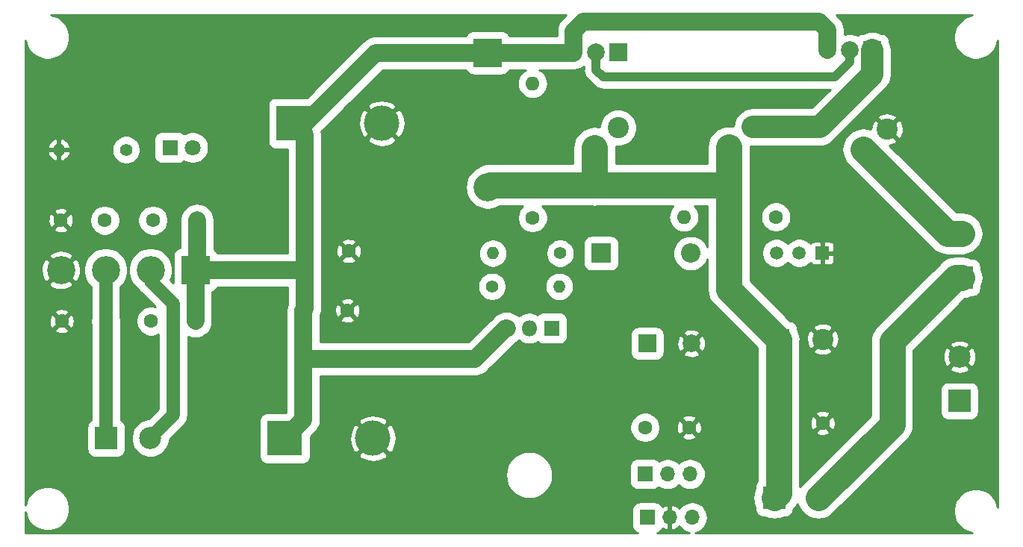
<source format=gbl>
%TF.GenerationSoftware,KiCad,Pcbnew,5.0.0-rc1-44a33f2~62~ubuntu16.04.1*%
%TF.CreationDate,2018-04-02T18:30:06+03:00*%
%TF.ProjectId,lm317_adj_supply,6C6D3331375F61646A5F737570706C79,rev?*%
%TF.SameCoordinates,Original*%
%TF.FileFunction,Copper,L2,Bot,Signal*%
%TF.FilePolarity,Positive*%
%FSLAX46Y46*%
G04 Gerber Fmt 4.6, Leading zero omitted, Abs format (unit mm)*
G04 Created by KiCad (PCBNEW 5.0.0-rc1-44a33f2~62~ubuntu16.04.1) date Mon Apr  2 18:30:06 2018*
%MOMM*%
%LPD*%
G01*
G04 APERTURE LIST*
%ADD10C,1.600000*%
%ADD11O,1.600000X1.600000*%
%ADD12R,2.400000X2.400000*%
%ADD13C,2.400000*%
%ADD14C,1.500000*%
%ADD15R,1.500000X1.500000*%
%ADD16C,4.000000*%
%ADD17R,4.000000X4.000000*%
%ADD18O,2.200000X2.200000*%
%ADD19R,2.200000X2.200000*%
%ADD20R,2.000000X2.000000*%
%ADD21C,2.000000*%
%ADD22R,3.200000X3.200000*%
%ADD23O,3.200000X3.200000*%
%ADD24C,3.200000*%
%ADD25R,1.800000X1.800000*%
%ADD26C,1.800000*%
%ADD27C,2.500000*%
%ADD28R,2.500000X2.500000*%
%ADD29C,1.400000*%
%ADD30O,1.400000X1.400000*%
%ADD31R,1.700000X1.700000*%
%ADD32O,1.700000X1.700000*%
%ADD33O,1.800000X1.800000*%
%ADD34C,0.600000*%
%ADD35C,1.500000*%
%ADD36C,2.000000*%
%ADD37C,3.000000*%
%ADD38C,1.000000*%
%ADD39C,2.500000*%
%ADD40C,0.254000*%
G04 APERTURE END LIST*
D10*
X173574000Y-90400000D03*
D11*
X163160000Y-90400000D03*
X146000000Y-75260000D03*
D10*
X146000000Y-90500000D03*
D12*
X173902500Y-104282500D03*
D13*
X178902500Y-104282500D03*
D14*
X176230000Y-94500000D03*
X173630000Y-94500000D03*
D15*
X178830000Y-94500000D03*
D16*
X128902500Y-79782500D03*
D17*
X118902500Y-79782500D03*
D18*
X163910000Y-94532500D03*
D19*
X153750000Y-94532500D03*
D10*
X92602500Y-102232500D03*
X97602500Y-102232500D03*
X92502500Y-90782500D03*
X97502500Y-90782500D03*
X102752500Y-102232500D03*
X107752500Y-102232500D03*
X102952500Y-90782500D03*
X107952500Y-90782500D03*
X158750000Y-114282500D03*
X163750000Y-114282500D03*
D20*
X159000000Y-104750000D03*
D21*
X164000000Y-104750000D03*
D10*
X125000000Y-101032500D03*
X120000000Y-101032500D03*
D17*
X117902500Y-115532500D03*
D16*
X127902500Y-115532500D03*
D10*
X178902500Y-113782500D03*
X173902500Y-113782500D03*
X120152500Y-94282500D03*
X125152500Y-94282500D03*
D22*
X140902500Y-71782500D03*
D23*
X140902500Y-87022500D03*
D24*
X92512500Y-96432500D03*
X97592500Y-96432500D03*
X102672500Y-96432500D03*
D22*
X107752500Y-96432500D03*
D25*
X104902500Y-82532500D03*
D26*
X107442500Y-82532500D03*
D27*
X102652500Y-115500000D03*
D28*
X97652500Y-115500000D03*
X194652500Y-97282500D03*
D27*
X194652500Y-92282500D03*
D28*
X194402500Y-111282500D03*
D27*
X194402500Y-106282500D03*
X178402500Y-122282500D03*
D28*
X173402500Y-122282500D03*
D20*
X155750000Y-71750000D03*
D21*
X153210000Y-71750000D03*
X150670000Y-71750000D03*
X179420000Y-71500000D03*
X181960000Y-71500000D03*
D20*
X184500000Y-71500000D03*
D13*
X155700000Y-80282500D03*
X153000000Y-82582500D03*
D29*
X149120000Y-94532500D03*
D30*
X141500000Y-94532500D03*
D29*
X141402500Y-98282500D03*
D30*
X149022500Y-98282500D03*
D13*
X168250000Y-82500000D03*
X170950000Y-80200000D03*
D30*
X92282500Y-82782500D03*
D29*
X99902500Y-82782500D03*
D31*
X158750000Y-119582500D03*
D32*
X161290000Y-119582500D03*
X163830000Y-119582500D03*
X164080000Y-124500000D03*
X161540000Y-124500000D03*
D31*
X159000000Y-124500000D03*
D25*
X148152500Y-103032500D03*
D33*
X145612500Y-103032500D03*
X143072500Y-103032500D03*
D13*
X183500000Y-82750000D03*
X186200000Y-80450000D03*
D34*
X189067857Y-124805000D03*
X149067857Y-124805000D03*
X141067857Y-124805000D03*
X133067857Y-124805000D03*
X125067857Y-124805000D03*
X117067857Y-124805000D03*
X109067857Y-124805000D03*
X101067857Y-124805000D03*
X193067857Y-120805000D03*
X169067857Y-120805000D03*
X153067857Y-120805000D03*
X137067857Y-120805000D03*
X129067857Y-120805000D03*
X121067857Y-120805000D03*
X113067857Y-120805000D03*
X105067857Y-120805000D03*
X97067857Y-120805000D03*
X197067857Y-116805000D03*
X165067857Y-116805000D03*
X149067857Y-116805000D03*
X141067857Y-116805000D03*
X133067857Y-116805000D03*
X109067857Y-116805000D03*
X93067857Y-116805000D03*
X169067857Y-112805000D03*
X161067857Y-112805000D03*
X153067857Y-112805000D03*
X145067857Y-112805000D03*
X137067857Y-112805000D03*
X113067857Y-112805000D03*
X89067857Y-112805000D03*
X197067857Y-108805000D03*
X181067857Y-108805000D03*
X157067857Y-108805000D03*
X149067857Y-108805000D03*
X141067857Y-108805000D03*
X133067857Y-108805000D03*
X125067857Y-108805000D03*
X117067857Y-108805000D03*
X109067857Y-108805000D03*
X101067857Y-108805000D03*
X93067857Y-108805000D03*
X113067857Y-104805000D03*
X89067857Y-104805000D03*
X197067857Y-100805000D03*
X181067857Y-100805000D03*
X165067857Y-100805000D03*
X157067857Y-100805000D03*
X133067857Y-100805000D03*
X117067857Y-100805000D03*
X185067857Y-96805000D03*
X177067857Y-96805000D03*
X137067857Y-96805000D03*
X129067857Y-96805000D03*
X89067857Y-96805000D03*
X181067857Y-92805000D03*
X157067857Y-92805000D03*
X133067857Y-92805000D03*
X117067857Y-92805000D03*
X101067857Y-92805000D03*
X137067857Y-88805000D03*
X129067857Y-88805000D03*
X113067857Y-88805000D03*
X105067857Y-88805000D03*
X89067857Y-88805000D03*
X197067857Y-84805000D03*
X173067857Y-84805000D03*
X133067857Y-84805000D03*
X125067857Y-84805000D03*
X117067857Y-84805000D03*
X101067857Y-84805000D03*
X93067857Y-84805000D03*
X193067857Y-80805000D03*
X161067857Y-80805000D03*
X145067857Y-80805000D03*
X137067857Y-80805000D03*
X113067857Y-80805000D03*
X97067857Y-80805000D03*
X89067857Y-80805000D03*
X197067857Y-76805000D03*
X189067857Y-76805000D03*
X173067857Y-76805000D03*
X165067857Y-76805000D03*
X141067857Y-76805000D03*
X133067857Y-76805000D03*
X109067857Y-76805000D03*
X101067857Y-76805000D03*
X93067857Y-76805000D03*
X193067857Y-72805000D03*
X121067857Y-72805000D03*
X113067857Y-72805000D03*
X105067857Y-72805000D03*
X97067857Y-72805000D03*
X89067857Y-72805000D03*
X189067857Y-68805000D03*
X141067857Y-68805000D03*
X133067857Y-68805000D03*
X125067857Y-68805000D03*
X117067857Y-68805000D03*
X109067857Y-68805000D03*
X101067857Y-68805000D03*
D35*
X97592500Y-96432500D02*
X97592500Y-102222500D01*
X97652500Y-102282500D02*
X97602500Y-102232500D01*
X97652500Y-115500000D02*
X97652500Y-102282500D01*
X102750000Y-96510000D02*
X102672500Y-96432500D01*
X102652500Y-115500000D02*
X105250000Y-112902500D01*
X105250000Y-100250000D02*
X102750000Y-97750000D01*
X102750000Y-97750000D02*
X102750000Y-96510000D01*
X105250000Y-112902500D02*
X105250000Y-100250000D01*
D36*
X140902500Y-71782500D02*
X128217500Y-71782500D01*
X128217500Y-71782500D02*
X120217500Y-79782500D01*
X120217500Y-79782500D02*
X118902500Y-79782500D01*
X143072500Y-103032500D02*
X142967500Y-103032500D01*
X142967500Y-103032500D02*
X139500000Y-106500000D01*
X139500000Y-106500000D02*
X120000000Y-106500000D01*
X120085000Y-96432500D02*
X120152500Y-96500000D01*
X107752500Y-96432500D02*
X120085000Y-96432500D01*
X151750000Y-68250000D02*
X150670000Y-69330000D01*
X179420000Y-71500000D02*
X179420000Y-69170000D01*
X179420000Y-69170000D02*
X178500000Y-68250000D01*
X150670000Y-69330000D02*
X150670000Y-71750000D01*
X178500000Y-68250000D02*
X151750000Y-68250000D01*
X120000000Y-101032500D02*
X120000000Y-106500000D01*
X120152500Y-81032500D02*
X118902500Y-79782500D01*
X120152500Y-94282500D02*
X120152500Y-81032500D01*
X120152500Y-100880000D02*
X120000000Y-101032500D01*
X107952500Y-90782500D02*
X107952500Y-96232500D01*
X107752500Y-102232500D02*
X107752500Y-96432500D01*
X120152500Y-94282500D02*
X120152500Y-100880000D01*
X120000000Y-113435000D02*
X117902500Y-115532500D01*
X150637500Y-71782500D02*
X150670000Y-71750000D01*
X140902500Y-71782500D02*
X150637500Y-71782500D01*
X107952500Y-96232500D02*
X107752500Y-96432500D01*
X120000000Y-106500000D02*
X120000000Y-113435000D01*
D37*
X153022500Y-86750000D02*
X168250000Y-86750000D01*
X168250000Y-82500000D02*
X168250000Y-86750000D01*
X168250000Y-86750000D02*
X168250000Y-98630000D01*
X168250000Y-98630000D02*
X173902500Y-104282500D01*
X153000000Y-86772500D02*
X153022500Y-86750000D01*
X173902500Y-113782500D02*
X173902500Y-121782500D01*
X173902500Y-121782500D02*
X173402500Y-122282500D01*
X153000000Y-86772500D02*
X152977500Y-86750000D01*
X141175000Y-86750000D02*
X140902500Y-87022500D01*
X152977500Y-86750000D02*
X141175000Y-86750000D01*
X153000000Y-82582500D02*
X153000000Y-86772500D01*
X173902500Y-104282500D02*
X173902500Y-113782500D01*
D38*
X180300000Y-74500000D02*
X181960000Y-72840000D01*
X154000000Y-74500000D02*
X180300000Y-74500000D01*
X153210000Y-73710000D02*
X154000000Y-74500000D01*
X153210000Y-71750000D02*
X153210000Y-73710000D01*
X181960000Y-72840000D02*
X181960000Y-71500000D01*
D39*
X184500000Y-71500000D02*
X184500000Y-74250000D01*
X184500000Y-74250000D02*
X178550000Y-80200000D01*
X178550000Y-80200000D02*
X170950000Y-80200000D01*
D37*
X178402500Y-122282500D02*
X186750000Y-113935000D01*
X186750000Y-113935000D02*
X186750000Y-104500000D01*
X193967500Y-97282500D02*
X194652500Y-97282500D01*
X186750000Y-104500000D02*
X193967500Y-97282500D01*
X193032500Y-92282500D02*
X183500000Y-82750000D01*
X194652500Y-92282500D02*
X193032500Y-92282500D01*
D40*
G36*
X149374340Y-67900471D02*
X149300813Y-67960813D01*
X149060006Y-68254237D01*
X148881071Y-68589002D01*
X148770883Y-68952243D01*
X148743000Y-69235343D01*
X148743000Y-69235352D01*
X148733678Y-69330000D01*
X148743000Y-69424648D01*
X148743000Y-69855500D01*
X143372018Y-69855500D01*
X143363080Y-69826036D01*
X143277001Y-69664995D01*
X143161159Y-69523841D01*
X143020005Y-69407999D01*
X142858964Y-69321920D01*
X142684224Y-69268913D01*
X142502500Y-69251015D01*
X139302500Y-69251015D01*
X139120776Y-69268913D01*
X138946036Y-69321920D01*
X138784995Y-69407999D01*
X138643841Y-69523841D01*
X138527999Y-69664995D01*
X138441920Y-69826036D01*
X138432982Y-69855500D01*
X128312147Y-69855500D01*
X128217499Y-69846178D01*
X128122851Y-69855500D01*
X128122842Y-69855500D01*
X127839742Y-69883383D01*
X127476501Y-69993571D01*
X127141737Y-70172506D01*
X126848313Y-70413313D01*
X126787972Y-70486839D01*
X120423796Y-76851015D01*
X116902500Y-76851015D01*
X116720776Y-76868913D01*
X116546036Y-76921920D01*
X116384995Y-77007999D01*
X116243841Y-77123841D01*
X116127999Y-77264995D01*
X116041920Y-77426036D01*
X115988913Y-77600776D01*
X115971015Y-77782500D01*
X115971015Y-81782500D01*
X115988913Y-81964224D01*
X116041920Y-82138964D01*
X116127999Y-82300005D01*
X116243841Y-82441159D01*
X116384995Y-82557001D01*
X116546036Y-82643080D01*
X116720776Y-82696087D01*
X116902500Y-82713985D01*
X118225501Y-82713985D01*
X118225500Y-94187842D01*
X118225500Y-94505500D01*
X110222018Y-94505500D01*
X110213080Y-94476036D01*
X110127001Y-94314995D01*
X110011159Y-94173841D01*
X109879500Y-94065791D01*
X109879500Y-90687842D01*
X109851617Y-90404742D01*
X109741429Y-90041501D01*
X109562494Y-89706737D01*
X109321687Y-89413313D01*
X109028263Y-89172506D01*
X108693498Y-88993571D01*
X108330257Y-88883383D01*
X107952500Y-88846177D01*
X107574742Y-88883383D01*
X107211501Y-88993571D01*
X106876737Y-89172506D01*
X106583313Y-89413313D01*
X106342506Y-89706737D01*
X106163571Y-90041502D01*
X106053383Y-90404743D01*
X106025500Y-90687843D01*
X106025501Y-93913523D01*
X105970776Y-93918913D01*
X105796036Y-93971920D01*
X105634995Y-94057999D01*
X105493841Y-94173841D01*
X105377999Y-94314995D01*
X105291920Y-94476036D01*
X105238913Y-94650776D01*
X105221015Y-94832500D01*
X105221015Y-97849379D01*
X104938030Y-97566395D01*
X105102389Y-97169599D01*
X105199500Y-96681388D01*
X105199500Y-96183612D01*
X105102389Y-95695401D01*
X104911898Y-95235517D01*
X104635349Y-94821631D01*
X104283369Y-94469651D01*
X103869483Y-94193102D01*
X103409599Y-94002611D01*
X102921388Y-93905500D01*
X102423612Y-93905500D01*
X101935401Y-94002611D01*
X101475517Y-94193102D01*
X101061631Y-94469651D01*
X100709651Y-94821631D01*
X100433102Y-95235517D01*
X100242611Y-95695401D01*
X100145500Y-96183612D01*
X100145500Y-96681388D01*
X100242611Y-97169599D01*
X100433102Y-97629483D01*
X100709651Y-98043369D01*
X101061631Y-98395349D01*
X101266633Y-98532327D01*
X101348879Y-98686198D01*
X101558444Y-98941556D01*
X101622445Y-98994080D01*
X103186324Y-100557959D01*
X102922595Y-100505500D01*
X102582405Y-100505500D01*
X102248753Y-100571868D01*
X101934459Y-100702053D01*
X101651602Y-100891052D01*
X101411052Y-101131602D01*
X101222053Y-101414459D01*
X101091868Y-101728753D01*
X101025500Y-102062405D01*
X101025500Y-102402595D01*
X101091868Y-102736247D01*
X101222053Y-103050541D01*
X101411052Y-103333398D01*
X101651602Y-103573948D01*
X101934459Y-103762947D01*
X102248753Y-103893132D01*
X102582405Y-103959500D01*
X102922595Y-103959500D01*
X103256247Y-103893132D01*
X103570541Y-103762947D01*
X103573001Y-103761303D01*
X103573000Y-112207864D01*
X102457865Y-113323000D01*
X102438084Y-113323000D01*
X102017492Y-113406660D01*
X101621304Y-113570767D01*
X101264743Y-113809013D01*
X100961513Y-114112243D01*
X100723267Y-114468804D01*
X100559160Y-114864992D01*
X100475500Y-115285584D01*
X100475500Y-115714416D01*
X100559160Y-116135008D01*
X100723267Y-116531196D01*
X100961513Y-116887757D01*
X101264743Y-117190987D01*
X101621304Y-117429233D01*
X102017492Y-117593340D01*
X102438084Y-117677000D01*
X102866916Y-117677000D01*
X103287508Y-117593340D01*
X103683696Y-117429233D01*
X104040257Y-117190987D01*
X104343487Y-116887757D01*
X104581733Y-116531196D01*
X104745840Y-116135008D01*
X104829500Y-115714416D01*
X104829500Y-115694635D01*
X106377562Y-114146574D01*
X106441556Y-114094056D01*
X106651121Y-113838699D01*
X106806842Y-113547365D01*
X106833579Y-113459225D01*
X106902735Y-113231250D01*
X106935114Y-112902500D01*
X106927000Y-112820117D01*
X106927000Y-103976262D01*
X107011501Y-104021429D01*
X107374742Y-104131617D01*
X107752500Y-104168823D01*
X108130257Y-104131617D01*
X108493498Y-104021429D01*
X108828263Y-103842494D01*
X109121687Y-103601687D01*
X109362494Y-103308263D01*
X109541429Y-102973499D01*
X109651617Y-102610258D01*
X109679500Y-102327158D01*
X109679500Y-98902018D01*
X109708964Y-98893080D01*
X109870005Y-98807001D01*
X110011159Y-98691159D01*
X110127001Y-98550005D01*
X110213080Y-98388964D01*
X110222018Y-98359500D01*
X118225501Y-98359500D01*
X118225501Y-100264505D01*
X118211071Y-100291502D01*
X118100883Y-100654743D01*
X118073000Y-100937843D01*
X118073000Y-100937852D01*
X118063678Y-101032500D01*
X118073000Y-101127148D01*
X118073001Y-106405332D01*
X118063677Y-106500000D01*
X118073000Y-106594658D01*
X118073001Y-112601015D01*
X115902500Y-112601015D01*
X115720776Y-112618913D01*
X115546036Y-112671920D01*
X115384995Y-112757999D01*
X115243841Y-112873841D01*
X115127999Y-113014995D01*
X115041920Y-113176036D01*
X114988913Y-113350776D01*
X114971015Y-113532500D01*
X114971015Y-117532500D01*
X114988913Y-117714224D01*
X115041920Y-117888964D01*
X115127999Y-118050005D01*
X115243841Y-118191159D01*
X115384995Y-118307001D01*
X115546036Y-118393080D01*
X115720776Y-118446087D01*
X115902500Y-118463985D01*
X119902500Y-118463985D01*
X120084224Y-118446087D01*
X120258964Y-118393080D01*
X120420005Y-118307001D01*
X120561159Y-118191159D01*
X120677001Y-118050005D01*
X120763080Y-117888964D01*
X120816087Y-117714224D01*
X120833985Y-117532500D01*
X120833985Y-117379999D01*
X126234606Y-117379999D01*
X126450728Y-117746758D01*
X126910605Y-117987438D01*
X127408598Y-118133775D01*
X127925571Y-118180148D01*
X128441659Y-118124773D01*
X128937026Y-117969779D01*
X129354272Y-117746758D01*
X129570394Y-117379999D01*
X127902500Y-115712105D01*
X126234606Y-117379999D01*
X120833985Y-117379999D01*
X120833985Y-115555571D01*
X125254852Y-115555571D01*
X125310227Y-116071659D01*
X125465221Y-116567026D01*
X125688242Y-116984272D01*
X126055001Y-117200394D01*
X127722895Y-115532500D01*
X128082105Y-115532500D01*
X129749999Y-117200394D01*
X130116758Y-116984272D01*
X130357438Y-116524395D01*
X130503775Y-116026402D01*
X130550148Y-115509429D01*
X130494773Y-114993341D01*
X130339779Y-114497974D01*
X130133690Y-114112405D01*
X157023000Y-114112405D01*
X157023000Y-114452595D01*
X157089368Y-114786247D01*
X157219553Y-115100541D01*
X157408552Y-115383398D01*
X157649102Y-115623948D01*
X157931959Y-115812947D01*
X158246253Y-115943132D01*
X158579905Y-116009500D01*
X158920095Y-116009500D01*
X159253747Y-115943132D01*
X159568041Y-115812947D01*
X159850898Y-115623948D01*
X160091448Y-115383398D01*
X160163742Y-115275202D01*
X162936903Y-115275202D01*
X163008486Y-115519171D01*
X163263996Y-115640071D01*
X163538184Y-115708800D01*
X163820512Y-115722717D01*
X164100130Y-115681287D01*
X164366292Y-115586103D01*
X164491514Y-115519171D01*
X164563097Y-115275202D01*
X163750000Y-114462105D01*
X162936903Y-115275202D01*
X160163742Y-115275202D01*
X160280447Y-115100541D01*
X160410632Y-114786247D01*
X160477000Y-114452595D01*
X160477000Y-114353012D01*
X162309783Y-114353012D01*
X162351213Y-114632630D01*
X162446397Y-114898792D01*
X162513329Y-115024014D01*
X162757298Y-115095597D01*
X163570395Y-114282500D01*
X163929605Y-114282500D01*
X164742702Y-115095597D01*
X164986671Y-115024014D01*
X165107571Y-114768504D01*
X165176300Y-114494316D01*
X165190217Y-114211988D01*
X165148787Y-113932370D01*
X165053603Y-113666208D01*
X164986671Y-113540986D01*
X164742702Y-113469403D01*
X163929605Y-114282500D01*
X163570395Y-114282500D01*
X162757298Y-113469403D01*
X162513329Y-113540986D01*
X162392429Y-113796496D01*
X162323700Y-114070684D01*
X162309783Y-114353012D01*
X160477000Y-114353012D01*
X160477000Y-114112405D01*
X160410632Y-113778753D01*
X160280447Y-113464459D01*
X160163743Y-113289798D01*
X162936903Y-113289798D01*
X163750000Y-114102895D01*
X164563097Y-113289798D01*
X164491514Y-113045829D01*
X164236004Y-112924929D01*
X163961816Y-112856200D01*
X163679488Y-112842283D01*
X163399870Y-112883713D01*
X163133708Y-112978897D01*
X163008486Y-113045829D01*
X162936903Y-113289798D01*
X160163743Y-113289798D01*
X160091448Y-113181602D01*
X159850898Y-112941052D01*
X159568041Y-112752053D01*
X159253747Y-112621868D01*
X158920095Y-112555500D01*
X158579905Y-112555500D01*
X158246253Y-112621868D01*
X157931959Y-112752053D01*
X157649102Y-112941052D01*
X157408552Y-113181602D01*
X157219553Y-113464459D01*
X157089368Y-113778753D01*
X157023000Y-114112405D01*
X130133690Y-114112405D01*
X130116758Y-114080728D01*
X129749999Y-113864606D01*
X128082105Y-115532500D01*
X127722895Y-115532500D01*
X126055001Y-113864606D01*
X125688242Y-114080728D01*
X125447562Y-114540605D01*
X125301225Y-115038598D01*
X125254852Y-115555571D01*
X120833985Y-115555571D01*
X120833985Y-115326205D01*
X121295665Y-114864525D01*
X121369187Y-114804187D01*
X121429525Y-114730665D01*
X121429528Y-114730662D01*
X121609993Y-114510764D01*
X121616830Y-114497974D01*
X121788929Y-114175999D01*
X121820876Y-114070684D01*
X121899117Y-113812759D01*
X121911699Y-113685001D01*
X126234606Y-113685001D01*
X127902500Y-115352895D01*
X129570394Y-113685001D01*
X129354272Y-113318242D01*
X128894395Y-113077562D01*
X128396402Y-112931225D01*
X127879429Y-112884852D01*
X127363341Y-112940227D01*
X126867974Y-113095221D01*
X126450728Y-113318242D01*
X126234606Y-113685001D01*
X121911699Y-113685001D01*
X121918850Y-113612405D01*
X121927000Y-113529658D01*
X121927000Y-113529650D01*
X121936322Y-113435000D01*
X121927000Y-113340350D01*
X121927000Y-108427000D01*
X139405352Y-108427000D01*
X139500000Y-108436322D01*
X139594648Y-108427000D01*
X139594658Y-108427000D01*
X139877758Y-108399117D01*
X140240999Y-108288929D01*
X140575763Y-108109994D01*
X140869187Y-107869187D01*
X140929529Y-107795660D01*
X144007407Y-104717783D01*
X144148263Y-104642494D01*
X144421315Y-104418406D01*
X144592562Y-104558945D01*
X144909954Y-104728595D01*
X145254345Y-104833065D01*
X145522745Y-104859500D01*
X145702255Y-104859500D01*
X145970655Y-104833065D01*
X146315046Y-104728595D01*
X146587233Y-104583107D01*
X146593841Y-104591159D01*
X146734995Y-104707001D01*
X146896036Y-104793080D01*
X147070776Y-104846087D01*
X147252500Y-104863985D01*
X149052500Y-104863985D01*
X149234224Y-104846087D01*
X149408964Y-104793080D01*
X149570005Y-104707001D01*
X149711159Y-104591159D01*
X149827001Y-104450005D01*
X149913080Y-104288964D01*
X149966087Y-104114224D01*
X149983985Y-103932500D01*
X149983985Y-103750000D01*
X157068515Y-103750000D01*
X157068515Y-105750000D01*
X157086413Y-105931724D01*
X157139420Y-106106464D01*
X157225499Y-106267505D01*
X157341341Y-106408659D01*
X157482495Y-106524501D01*
X157643536Y-106610580D01*
X157818276Y-106663587D01*
X158000000Y-106681485D01*
X160000000Y-106681485D01*
X160181724Y-106663587D01*
X160356464Y-106610580D01*
X160517505Y-106524501D01*
X160658659Y-106408659D01*
X160774501Y-106267505D01*
X160860580Y-106106464D01*
X160913587Y-105931724D01*
X160918148Y-105885413D01*
X163044192Y-105885413D01*
X163139956Y-106149814D01*
X163429571Y-106290704D01*
X163741108Y-106372384D01*
X164062595Y-106391718D01*
X164381675Y-106347961D01*
X164686088Y-106242795D01*
X164860044Y-106149814D01*
X164955808Y-105885413D01*
X164000000Y-104929605D01*
X163044192Y-105885413D01*
X160918148Y-105885413D01*
X160931485Y-105750000D01*
X160931485Y-104812595D01*
X162358282Y-104812595D01*
X162402039Y-105131675D01*
X162507205Y-105436088D01*
X162600186Y-105610044D01*
X162864587Y-105705808D01*
X163820395Y-104750000D01*
X164179605Y-104750000D01*
X165135413Y-105705808D01*
X165399814Y-105610044D01*
X165540704Y-105320429D01*
X165622384Y-105008892D01*
X165641718Y-104687405D01*
X165597961Y-104368325D01*
X165492795Y-104063912D01*
X165399814Y-103889956D01*
X165135413Y-103794192D01*
X164179605Y-104750000D01*
X163820395Y-104750000D01*
X162864587Y-103794192D01*
X162600186Y-103889956D01*
X162459296Y-104179571D01*
X162377616Y-104491108D01*
X162358282Y-104812595D01*
X160931485Y-104812595D01*
X160931485Y-103750000D01*
X160918149Y-103614587D01*
X163044192Y-103614587D01*
X164000000Y-104570395D01*
X164955808Y-103614587D01*
X164860044Y-103350186D01*
X164570429Y-103209296D01*
X164258892Y-103127616D01*
X163937405Y-103108282D01*
X163618325Y-103152039D01*
X163313912Y-103257205D01*
X163139956Y-103350186D01*
X163044192Y-103614587D01*
X160918149Y-103614587D01*
X160913587Y-103568276D01*
X160860580Y-103393536D01*
X160774501Y-103232495D01*
X160658659Y-103091341D01*
X160517505Y-102975499D01*
X160356464Y-102889420D01*
X160181724Y-102836413D01*
X160000000Y-102818515D01*
X158000000Y-102818515D01*
X157818276Y-102836413D01*
X157643536Y-102889420D01*
X157482495Y-102975499D01*
X157341341Y-103091341D01*
X157225499Y-103232495D01*
X157139420Y-103393536D01*
X157086413Y-103568276D01*
X157068515Y-103750000D01*
X149983985Y-103750000D01*
X149983985Y-102132500D01*
X149966087Y-101950776D01*
X149913080Y-101776036D01*
X149827001Y-101614995D01*
X149711159Y-101473841D01*
X149570005Y-101357999D01*
X149408964Y-101271920D01*
X149234224Y-101218913D01*
X149052500Y-101201015D01*
X147252500Y-101201015D01*
X147070776Y-101218913D01*
X146896036Y-101271920D01*
X146734995Y-101357999D01*
X146593841Y-101473841D01*
X146587233Y-101481893D01*
X146315046Y-101336405D01*
X145970655Y-101231935D01*
X145702255Y-101205500D01*
X145522745Y-101205500D01*
X145254345Y-101231935D01*
X144909954Y-101336405D01*
X144592562Y-101506055D01*
X144421315Y-101646594D01*
X144148263Y-101422506D01*
X143813499Y-101243571D01*
X143450258Y-101133383D01*
X143167158Y-101105500D01*
X143062158Y-101105500D01*
X142967500Y-101096177D01*
X142589741Y-101133383D01*
X142226501Y-101243571D01*
X141891737Y-101422506D01*
X141671838Y-101602972D01*
X141671835Y-101602975D01*
X141598313Y-101663313D01*
X141537975Y-101736835D01*
X138701811Y-104573000D01*
X121927000Y-104573000D01*
X121927000Y-102025202D01*
X124186903Y-102025202D01*
X124258486Y-102269171D01*
X124513996Y-102390071D01*
X124788184Y-102458800D01*
X125070512Y-102472717D01*
X125350130Y-102431287D01*
X125616292Y-102336103D01*
X125741514Y-102269171D01*
X125813097Y-102025202D01*
X125000000Y-101212105D01*
X124186903Y-102025202D01*
X121927000Y-102025202D01*
X121927000Y-101647994D01*
X121941429Y-101620999D01*
X122051617Y-101257758D01*
X122066858Y-101103012D01*
X123559783Y-101103012D01*
X123601213Y-101382630D01*
X123696397Y-101648792D01*
X123763329Y-101774014D01*
X124007298Y-101845597D01*
X124820395Y-101032500D01*
X125179605Y-101032500D01*
X125992702Y-101845597D01*
X126236671Y-101774014D01*
X126357571Y-101518504D01*
X126426300Y-101244316D01*
X126440217Y-100961988D01*
X126398787Y-100682370D01*
X126303603Y-100416208D01*
X126236671Y-100290986D01*
X125992702Y-100219403D01*
X125179605Y-101032500D01*
X124820395Y-101032500D01*
X124007298Y-100219403D01*
X123763329Y-100290986D01*
X123642429Y-100546496D01*
X123573700Y-100820684D01*
X123559783Y-101103012D01*
X122066858Y-101103012D01*
X122079500Y-100974658D01*
X122088823Y-100880000D01*
X122079500Y-100785342D01*
X122079500Y-100039798D01*
X124186903Y-100039798D01*
X125000000Y-100852895D01*
X125813097Y-100039798D01*
X125741514Y-99795829D01*
X125486004Y-99674929D01*
X125211816Y-99606200D01*
X124929488Y-99592283D01*
X124649870Y-99633713D01*
X124383708Y-99728897D01*
X124258486Y-99795829D01*
X124186903Y-100039798D01*
X122079500Y-100039798D01*
X122079500Y-98122255D01*
X139775500Y-98122255D01*
X139775500Y-98442745D01*
X139838025Y-98757078D01*
X139960672Y-99053173D01*
X140138727Y-99319652D01*
X140365348Y-99546273D01*
X140631827Y-99724328D01*
X140927922Y-99846975D01*
X141242255Y-99909500D01*
X141562745Y-99909500D01*
X141877078Y-99846975D01*
X142173173Y-99724328D01*
X142439652Y-99546273D01*
X142666273Y-99319652D01*
X142844328Y-99053173D01*
X142966975Y-98757078D01*
X143029500Y-98442745D01*
X143029500Y-98282500D01*
X147387628Y-98282500D01*
X147419042Y-98601448D01*
X147512075Y-98908138D01*
X147663154Y-99190786D01*
X147866471Y-99438529D01*
X148114214Y-99641846D01*
X148396862Y-99792925D01*
X148703552Y-99885958D01*
X148942575Y-99909500D01*
X149102425Y-99909500D01*
X149341448Y-99885958D01*
X149648138Y-99792925D01*
X149930786Y-99641846D01*
X150178529Y-99438529D01*
X150381846Y-99190786D01*
X150532925Y-98908138D01*
X150625958Y-98601448D01*
X150657372Y-98282500D01*
X150625958Y-97963552D01*
X150532925Y-97656862D01*
X150381846Y-97374214D01*
X150178529Y-97126471D01*
X149930786Y-96923154D01*
X149648138Y-96772075D01*
X149341448Y-96679042D01*
X149102425Y-96655500D01*
X148942575Y-96655500D01*
X148703552Y-96679042D01*
X148396862Y-96772075D01*
X148114214Y-96923154D01*
X147866471Y-97126471D01*
X147663154Y-97374214D01*
X147512075Y-97656862D01*
X147419042Y-97963552D01*
X147387628Y-98282500D01*
X143029500Y-98282500D01*
X143029500Y-98122255D01*
X142966975Y-97807922D01*
X142844328Y-97511827D01*
X142666273Y-97245348D01*
X142439652Y-97018727D01*
X142173173Y-96840672D01*
X141877078Y-96718025D01*
X141562745Y-96655500D01*
X141242255Y-96655500D01*
X140927922Y-96718025D01*
X140631827Y-96840672D01*
X140365348Y-97018727D01*
X140138727Y-97245348D01*
X139960672Y-97511827D01*
X139838025Y-97807922D01*
X139775500Y-98122255D01*
X122079500Y-98122255D01*
X122079500Y-96594647D01*
X122088822Y-96499999D01*
X122079500Y-96405352D01*
X122079500Y-95275202D01*
X124339403Y-95275202D01*
X124410986Y-95519171D01*
X124666496Y-95640071D01*
X124940684Y-95708800D01*
X125223012Y-95722717D01*
X125502630Y-95681287D01*
X125768792Y-95586103D01*
X125894014Y-95519171D01*
X125965597Y-95275202D01*
X125152500Y-94462105D01*
X124339403Y-95275202D01*
X122079500Y-95275202D01*
X122079500Y-94353012D01*
X123712283Y-94353012D01*
X123753713Y-94632630D01*
X123848897Y-94898792D01*
X123915829Y-95024014D01*
X124159798Y-95095597D01*
X124972895Y-94282500D01*
X125332105Y-94282500D01*
X126145202Y-95095597D01*
X126389171Y-95024014D01*
X126510071Y-94768504D01*
X126569228Y-94532500D01*
X139865128Y-94532500D01*
X139896542Y-94851448D01*
X139989575Y-95158138D01*
X140140654Y-95440786D01*
X140343971Y-95688529D01*
X140591714Y-95891846D01*
X140874362Y-96042925D01*
X141181052Y-96135958D01*
X141420075Y-96159500D01*
X141579925Y-96159500D01*
X141818948Y-96135958D01*
X142125638Y-96042925D01*
X142408286Y-95891846D01*
X142656029Y-95688529D01*
X142859346Y-95440786D01*
X143010425Y-95158138D01*
X143103458Y-94851448D01*
X143134872Y-94532500D01*
X143119090Y-94372255D01*
X147493000Y-94372255D01*
X147493000Y-94692745D01*
X147555525Y-95007078D01*
X147678172Y-95303173D01*
X147856227Y-95569652D01*
X148082848Y-95796273D01*
X148349327Y-95974328D01*
X148645422Y-96096975D01*
X148959755Y-96159500D01*
X149280245Y-96159500D01*
X149594578Y-96096975D01*
X149890673Y-95974328D01*
X150157152Y-95796273D01*
X150383773Y-95569652D01*
X150561828Y-95303173D01*
X150684475Y-95007078D01*
X150747000Y-94692745D01*
X150747000Y-94372255D01*
X150684475Y-94057922D01*
X150561828Y-93761827D01*
X150383773Y-93495348D01*
X150320925Y-93432500D01*
X151718515Y-93432500D01*
X151718515Y-95632500D01*
X151736413Y-95814224D01*
X151789420Y-95988964D01*
X151875499Y-96150005D01*
X151991341Y-96291159D01*
X152132495Y-96407001D01*
X152293536Y-96493080D01*
X152468276Y-96546087D01*
X152650000Y-96563985D01*
X154850000Y-96563985D01*
X155031724Y-96546087D01*
X155206464Y-96493080D01*
X155367505Y-96407001D01*
X155508659Y-96291159D01*
X155624501Y-96150005D01*
X155710580Y-95988964D01*
X155763587Y-95814224D01*
X155781485Y-95632500D01*
X155781485Y-93432500D01*
X155763587Y-93250776D01*
X155710580Y-93076036D01*
X155624501Y-92914995D01*
X155508659Y-92773841D01*
X155367505Y-92657999D01*
X155206464Y-92571920D01*
X155031724Y-92518913D01*
X154850000Y-92501015D01*
X152650000Y-92501015D01*
X152468276Y-92518913D01*
X152293536Y-92571920D01*
X152132495Y-92657999D01*
X151991341Y-92773841D01*
X151875499Y-92914995D01*
X151789420Y-93076036D01*
X151736413Y-93250776D01*
X151718515Y-93432500D01*
X150320925Y-93432500D01*
X150157152Y-93268727D01*
X149890673Y-93090672D01*
X149594578Y-92968025D01*
X149280245Y-92905500D01*
X148959755Y-92905500D01*
X148645422Y-92968025D01*
X148349327Y-93090672D01*
X148082848Y-93268727D01*
X147856227Y-93495348D01*
X147678172Y-93761827D01*
X147555525Y-94057922D01*
X147493000Y-94372255D01*
X143119090Y-94372255D01*
X143103458Y-94213552D01*
X143010425Y-93906862D01*
X142859346Y-93624214D01*
X142656029Y-93376471D01*
X142408286Y-93173154D01*
X142125638Y-93022075D01*
X141818948Y-92929042D01*
X141579925Y-92905500D01*
X141420075Y-92905500D01*
X141181052Y-92929042D01*
X140874362Y-93022075D01*
X140591714Y-93173154D01*
X140343971Y-93376471D01*
X140140654Y-93624214D01*
X139989575Y-93906862D01*
X139896542Y-94213552D01*
X139865128Y-94532500D01*
X126569228Y-94532500D01*
X126578800Y-94494316D01*
X126592717Y-94211988D01*
X126551287Y-93932370D01*
X126456103Y-93666208D01*
X126389171Y-93540986D01*
X126145202Y-93469403D01*
X125332105Y-94282500D01*
X124972895Y-94282500D01*
X124159798Y-93469403D01*
X123915829Y-93540986D01*
X123794929Y-93796496D01*
X123726200Y-94070684D01*
X123712283Y-94353012D01*
X122079500Y-94353012D01*
X122079500Y-93289798D01*
X124339403Y-93289798D01*
X125152500Y-94102895D01*
X125965597Y-93289798D01*
X125894014Y-93045829D01*
X125638504Y-92924929D01*
X125364316Y-92856200D01*
X125081988Y-92842283D01*
X124802370Y-92883713D01*
X124536208Y-92978897D01*
X124410986Y-93045829D01*
X124339403Y-93289798D01*
X122079500Y-93289798D01*
X122079500Y-81629999D01*
X127234606Y-81629999D01*
X127450728Y-81996758D01*
X127910605Y-82237438D01*
X128408598Y-82383775D01*
X128925571Y-82430148D01*
X129441659Y-82374773D01*
X129937026Y-82219779D01*
X130354272Y-81996758D01*
X130570394Y-81629999D01*
X128902500Y-79962105D01*
X127234606Y-81629999D01*
X122079500Y-81629999D01*
X122079500Y-81127150D01*
X122088822Y-81032500D01*
X122079500Y-80937850D01*
X122079500Y-80937842D01*
X122053305Y-80671884D01*
X122919618Y-79805571D01*
X126254852Y-79805571D01*
X126310227Y-80321659D01*
X126465221Y-80817026D01*
X126688242Y-81234272D01*
X127055001Y-81450394D01*
X128722895Y-79782500D01*
X129082105Y-79782500D01*
X130749999Y-81450394D01*
X131116758Y-81234272D01*
X131357438Y-80774395D01*
X131503775Y-80276402D01*
X131550148Y-79759429D01*
X131494773Y-79243341D01*
X131339779Y-78747974D01*
X131116758Y-78330728D01*
X130749999Y-78114606D01*
X129082105Y-79782500D01*
X128722895Y-79782500D01*
X127055001Y-78114606D01*
X126688242Y-78330728D01*
X126447562Y-78790605D01*
X126301225Y-79288598D01*
X126254852Y-79805571D01*
X122919618Y-79805571D01*
X124790188Y-77935001D01*
X127234606Y-77935001D01*
X128902500Y-79602895D01*
X130570394Y-77935001D01*
X130354272Y-77568242D01*
X129894395Y-77327562D01*
X129396402Y-77181225D01*
X128879429Y-77134852D01*
X128363341Y-77190227D01*
X127867974Y-77345221D01*
X127450728Y-77568242D01*
X127234606Y-77935001D01*
X124790188Y-77935001D01*
X129015689Y-73709500D01*
X138432982Y-73709500D01*
X138441920Y-73738964D01*
X138527999Y-73900005D01*
X138643841Y-74041159D01*
X138784995Y-74157001D01*
X138946036Y-74243080D01*
X139120776Y-74296087D01*
X139302500Y-74313985D01*
X142502500Y-74313985D01*
X142684224Y-74296087D01*
X142858964Y-74243080D01*
X143020005Y-74157001D01*
X143161159Y-74041159D01*
X143277001Y-73900005D01*
X143363080Y-73738964D01*
X143372018Y-73709500D01*
X145237201Y-73709500D01*
X145035888Y-73817104D01*
X144772918Y-74032918D01*
X144557104Y-74295888D01*
X144396740Y-74595908D01*
X144297988Y-74921449D01*
X144264644Y-75260000D01*
X144297988Y-75598551D01*
X144396740Y-75924092D01*
X144557104Y-76224112D01*
X144772918Y-76487082D01*
X145035888Y-76702896D01*
X145335908Y-76863260D01*
X145661449Y-76962012D01*
X145915159Y-76987000D01*
X146084841Y-76987000D01*
X146338551Y-76962012D01*
X146664092Y-76863260D01*
X146964112Y-76702896D01*
X147227082Y-76487082D01*
X147442896Y-76224112D01*
X147603260Y-75924092D01*
X147702012Y-75598551D01*
X147735356Y-75260000D01*
X147702012Y-74921449D01*
X147603260Y-74595908D01*
X147442896Y-74295888D01*
X147227082Y-74032918D01*
X146964112Y-73817104D01*
X146762799Y-73709500D01*
X150542852Y-73709500D01*
X150637500Y-73718822D01*
X150732148Y-73709500D01*
X150732158Y-73709500D01*
X151015258Y-73681617D01*
X151378499Y-73571429D01*
X151713263Y-73392494D01*
X151783001Y-73335262D01*
X151783001Y-73639903D01*
X151776097Y-73710000D01*
X151803649Y-73989741D01*
X151885246Y-74258731D01*
X152017753Y-74506634D01*
X152151392Y-74669474D01*
X152151396Y-74669478D01*
X152196078Y-74723923D01*
X152250523Y-74768605D01*
X152941390Y-75459472D01*
X152986077Y-75513923D01*
X153203366Y-75692248D01*
X153451269Y-75824755D01*
X153638661Y-75881600D01*
X153720258Y-75906352D01*
X153744474Y-75908737D01*
X153929902Y-75927000D01*
X153929910Y-75927000D01*
X154000000Y-75933903D01*
X154070090Y-75927000D01*
X179744258Y-75927000D01*
X177648258Y-78023000D01*
X170843057Y-78023000D01*
X170523233Y-78054500D01*
X170112867Y-78178983D01*
X169734672Y-78381133D01*
X169403181Y-78653181D01*
X169131133Y-78984672D01*
X168928983Y-79362867D01*
X168804500Y-79773233D01*
X168770190Y-80121590D01*
X168725774Y-80108117D01*
X168250000Y-80061257D01*
X167774225Y-80108117D01*
X167316733Y-80246895D01*
X166895107Y-80472259D01*
X166525548Y-80775548D01*
X166222259Y-81145108D01*
X165996895Y-81566734D01*
X165858117Y-82024226D01*
X165823000Y-82380773D01*
X165823000Y-84323000D01*
X155427000Y-84323000D01*
X155427000Y-82463272D01*
X155420329Y-82395540D01*
X155490509Y-82409500D01*
X155909491Y-82409500D01*
X156320423Y-82327761D01*
X156707512Y-82167423D01*
X157055884Y-81934649D01*
X157352149Y-81638384D01*
X157584923Y-81290012D01*
X157745261Y-80902923D01*
X157827000Y-80491991D01*
X157827000Y-80073009D01*
X157745261Y-79662077D01*
X157584923Y-79274988D01*
X157352149Y-78926616D01*
X157055884Y-78630351D01*
X156707512Y-78397577D01*
X156320423Y-78237239D01*
X155909491Y-78155500D01*
X155490509Y-78155500D01*
X155079577Y-78237239D01*
X154692488Y-78397577D01*
X154344116Y-78630351D01*
X154047851Y-78926616D01*
X153815077Y-79274988D01*
X153654739Y-79662077D01*
X153573000Y-80073009D01*
X153573000Y-80220110D01*
X153475774Y-80190617D01*
X153000000Y-80143757D01*
X152524225Y-80190617D01*
X152066733Y-80329395D01*
X151645107Y-80554759D01*
X151275548Y-80858048D01*
X150972259Y-81227608D01*
X150746895Y-81649234D01*
X150608117Y-82106726D01*
X150573000Y-82463273D01*
X150573000Y-84323000D01*
X141294227Y-84323000D01*
X141174999Y-84311257D01*
X140821367Y-84346087D01*
X140699225Y-84358117D01*
X140241733Y-84496895D01*
X139820107Y-84722259D01*
X139773082Y-84760851D01*
X139491781Y-84911210D01*
X139106995Y-85226995D01*
X138791210Y-85611781D01*
X138556560Y-86050780D01*
X138412064Y-86527121D01*
X138363273Y-87022500D01*
X138412064Y-87517879D01*
X138556560Y-87994220D01*
X138791210Y-88433219D01*
X139106995Y-88818005D01*
X139491781Y-89133790D01*
X139930780Y-89368440D01*
X140407121Y-89512936D01*
X140778358Y-89549500D01*
X141026642Y-89549500D01*
X141397879Y-89512936D01*
X141874220Y-89368440D01*
X142232379Y-89177000D01*
X144880654Y-89177000D01*
X144658552Y-89399102D01*
X144469553Y-89681959D01*
X144339368Y-89996253D01*
X144273000Y-90329905D01*
X144273000Y-90670095D01*
X144339368Y-91003747D01*
X144469553Y-91318041D01*
X144658552Y-91600898D01*
X144899102Y-91841448D01*
X145181959Y-92030447D01*
X145496253Y-92160632D01*
X145829905Y-92227000D01*
X146170095Y-92227000D01*
X146503747Y-92160632D01*
X146818041Y-92030447D01*
X147100898Y-91841448D01*
X147341448Y-91600898D01*
X147530447Y-91318041D01*
X147660632Y-91003747D01*
X147727000Y-90670095D01*
X147727000Y-90329905D01*
X147660632Y-89996253D01*
X147530447Y-89681959D01*
X147341448Y-89399102D01*
X147119346Y-89177000D01*
X152652327Y-89177000D01*
X153000000Y-89211243D01*
X153347673Y-89177000D01*
X161929568Y-89177000D01*
X161717104Y-89435888D01*
X161556740Y-89735908D01*
X161457988Y-90061449D01*
X161424644Y-90400000D01*
X161457988Y-90738551D01*
X161556740Y-91064092D01*
X161717104Y-91364112D01*
X161932918Y-91627082D01*
X162195888Y-91842896D01*
X162495908Y-92003260D01*
X162821449Y-92102012D01*
X163075159Y-92127000D01*
X163244841Y-92127000D01*
X163498551Y-92102012D01*
X163824092Y-92003260D01*
X164124112Y-91842896D01*
X164387082Y-91627082D01*
X164602896Y-91364112D01*
X164763260Y-91064092D01*
X164862012Y-90738551D01*
X164895356Y-90400000D01*
X164862012Y-90061449D01*
X164763260Y-89735908D01*
X164602896Y-89435888D01*
X164390432Y-89177000D01*
X165823000Y-89177000D01*
X165823001Y-93856021D01*
X165791764Y-93753048D01*
X165603543Y-93400911D01*
X165350240Y-93092260D01*
X165041589Y-92838957D01*
X164689452Y-92650736D01*
X164307361Y-92534830D01*
X164009571Y-92505500D01*
X163810429Y-92505500D01*
X163512639Y-92534830D01*
X163130548Y-92650736D01*
X162778411Y-92838957D01*
X162469760Y-93092260D01*
X162216457Y-93400911D01*
X162028236Y-93753048D01*
X161912330Y-94135139D01*
X161873193Y-94532500D01*
X161912330Y-94929861D01*
X162028236Y-95311952D01*
X162216457Y-95664089D01*
X162469760Y-95972740D01*
X162778411Y-96226043D01*
X163130548Y-96414264D01*
X163512639Y-96530170D01*
X163810429Y-96559500D01*
X164009571Y-96559500D01*
X164307361Y-96530170D01*
X164689452Y-96414264D01*
X165041589Y-96226043D01*
X165350240Y-95972740D01*
X165603543Y-95664089D01*
X165791764Y-95311952D01*
X165823001Y-95208978D01*
X165823001Y-98510762D01*
X165811257Y-98630000D01*
X165858117Y-99105775D01*
X165996895Y-99563266D01*
X166075059Y-99709500D01*
X166222260Y-99984893D01*
X166348734Y-100139002D01*
X166439828Y-100250000D01*
X166525549Y-100354452D01*
X166618159Y-100430455D01*
X171475500Y-105287796D01*
X171475501Y-113663263D01*
X171475500Y-113663273D01*
X171475501Y-120396189D01*
X171377999Y-120514995D01*
X171291920Y-120676036D01*
X171238913Y-120850776D01*
X171221015Y-121032500D01*
X171221015Y-121215243D01*
X171149395Y-121349234D01*
X171010617Y-121806725D01*
X170963757Y-122282500D01*
X171010617Y-122758275D01*
X171149395Y-123215766D01*
X171221015Y-123349757D01*
X171221015Y-123532500D01*
X171238913Y-123714224D01*
X171291920Y-123888964D01*
X171377999Y-124050005D01*
X171493841Y-124191159D01*
X171634995Y-124307001D01*
X171796036Y-124393080D01*
X171970776Y-124446087D01*
X172152500Y-124463985D01*
X172335243Y-124463985D01*
X172469234Y-124535605D01*
X172926725Y-124674383D01*
X173402500Y-124721243D01*
X173878275Y-124674383D01*
X174335766Y-124535605D01*
X174469757Y-124463985D01*
X174652500Y-124463985D01*
X174834224Y-124446087D01*
X175008964Y-124393080D01*
X175170005Y-124307001D01*
X175311159Y-124191159D01*
X175427001Y-124050005D01*
X175513080Y-123888964D01*
X175566087Y-123714224D01*
X175582944Y-123543068D01*
X175626952Y-123506952D01*
X175930241Y-123137393D01*
X176054884Y-122904203D01*
X176149395Y-123215766D01*
X176374760Y-123637392D01*
X176678049Y-124006951D01*
X177047608Y-124310240D01*
X177469234Y-124535605D01*
X177926725Y-124674383D01*
X178402500Y-124721243D01*
X178878275Y-124674383D01*
X179335766Y-124535605D01*
X179757392Y-124310240D01*
X180034341Y-124082955D01*
X188381843Y-115735454D01*
X188474452Y-115659452D01*
X188777741Y-115289893D01*
X189003105Y-114868267D01*
X189049365Y-114715767D01*
X189141883Y-114410776D01*
X189188743Y-113935000D01*
X189177000Y-113815772D01*
X189177000Y-110032500D01*
X192221015Y-110032500D01*
X192221015Y-112532500D01*
X192238913Y-112714224D01*
X192291920Y-112888964D01*
X192377999Y-113050005D01*
X192493841Y-113191159D01*
X192634995Y-113307001D01*
X192796036Y-113393080D01*
X192970776Y-113446087D01*
X193152500Y-113463985D01*
X195652500Y-113463985D01*
X195834224Y-113446087D01*
X196008964Y-113393080D01*
X196170005Y-113307001D01*
X196311159Y-113191159D01*
X196427001Y-113050005D01*
X196513080Y-112888964D01*
X196566087Y-112714224D01*
X196583985Y-112532500D01*
X196583985Y-110032500D01*
X196566087Y-109850776D01*
X196513080Y-109676036D01*
X196427001Y-109514995D01*
X196311159Y-109373841D01*
X196170005Y-109257999D01*
X196008964Y-109171920D01*
X195834224Y-109118913D01*
X195652500Y-109101015D01*
X193152500Y-109101015D01*
X192970776Y-109118913D01*
X192796036Y-109171920D01*
X192634995Y-109257999D01*
X192493841Y-109373841D01*
X192377999Y-109514995D01*
X192291920Y-109676036D01*
X192238913Y-109850776D01*
X192221015Y-110032500D01*
X189177000Y-110032500D01*
X189177000Y-107596105D01*
X193268500Y-107596105D01*
X193394414Y-107886077D01*
X193726626Y-108051933D01*
X194084812Y-108149790D01*
X194455206Y-108175889D01*
X194823575Y-108129225D01*
X195175762Y-108011594D01*
X195410586Y-107886077D01*
X195536500Y-107596105D01*
X194402500Y-106462105D01*
X193268500Y-107596105D01*
X189177000Y-107596105D01*
X189177000Y-106335206D01*
X192509111Y-106335206D01*
X192555775Y-106703575D01*
X192673406Y-107055762D01*
X192798923Y-107290586D01*
X193088895Y-107416500D01*
X194222895Y-106282500D01*
X194582105Y-106282500D01*
X195716105Y-107416500D01*
X196006077Y-107290586D01*
X196171933Y-106958374D01*
X196269790Y-106600188D01*
X196295889Y-106229794D01*
X196249225Y-105861425D01*
X196131594Y-105509238D01*
X196006077Y-105274414D01*
X195716105Y-105148500D01*
X194582105Y-106282500D01*
X194222895Y-106282500D01*
X193088895Y-105148500D01*
X192798923Y-105274414D01*
X192633067Y-105606626D01*
X192535210Y-105964812D01*
X192509111Y-106335206D01*
X189177000Y-106335206D01*
X189177000Y-105505296D01*
X189713401Y-104968895D01*
X193268500Y-104968895D01*
X194402500Y-106102895D01*
X195536500Y-104968895D01*
X195410586Y-104678923D01*
X195078374Y-104513067D01*
X194720188Y-104415210D01*
X194349794Y-104389111D01*
X193981425Y-104435775D01*
X193629238Y-104553406D01*
X193394414Y-104678923D01*
X193268500Y-104968895D01*
X189713401Y-104968895D01*
X194994763Y-99687533D01*
X195128275Y-99674383D01*
X195585767Y-99535605D01*
X195719758Y-99463985D01*
X195902500Y-99463985D01*
X196084224Y-99446087D01*
X196258964Y-99393080D01*
X196420005Y-99307001D01*
X196561159Y-99191159D01*
X196677001Y-99050005D01*
X196763080Y-98888964D01*
X196816087Y-98714224D01*
X196833985Y-98532500D01*
X196833985Y-98349758D01*
X196905605Y-98215767D01*
X197044383Y-97758275D01*
X197091243Y-97282500D01*
X197044383Y-96806725D01*
X196905605Y-96349233D01*
X196833985Y-96215242D01*
X196833985Y-96032500D01*
X196816087Y-95850776D01*
X196763080Y-95676036D01*
X196677001Y-95514995D01*
X196561159Y-95373841D01*
X196420005Y-95257999D01*
X196258964Y-95171920D01*
X196084224Y-95118913D01*
X195902500Y-95101015D01*
X195719758Y-95101015D01*
X195585767Y-95029395D01*
X195128275Y-94890617D01*
X194771728Y-94855500D01*
X194086727Y-94855500D01*
X193967499Y-94843757D01*
X193491724Y-94890617D01*
X193385246Y-94922917D01*
X193034233Y-95029395D01*
X192612607Y-95254759D01*
X192243048Y-95558048D01*
X192167040Y-95650664D01*
X185118159Y-102699545D01*
X185025549Y-102775548D01*
X184722260Y-103145107D01*
X184635051Y-103308263D01*
X184496895Y-103566734D01*
X184358117Y-104024225D01*
X184311257Y-104500000D01*
X184323001Y-104619238D01*
X184323000Y-112929703D01*
X176602045Y-120650659D01*
X176374760Y-120927608D01*
X176329500Y-121012283D01*
X176329500Y-114775202D01*
X178089403Y-114775202D01*
X178160986Y-115019171D01*
X178416496Y-115140071D01*
X178690684Y-115208800D01*
X178973012Y-115222717D01*
X179252630Y-115181287D01*
X179518792Y-115086103D01*
X179644014Y-115019171D01*
X179715597Y-114775202D01*
X178902500Y-113962105D01*
X178089403Y-114775202D01*
X176329500Y-114775202D01*
X176329500Y-113853012D01*
X177462283Y-113853012D01*
X177503713Y-114132630D01*
X177598897Y-114398792D01*
X177665829Y-114524014D01*
X177909798Y-114595597D01*
X178722895Y-113782500D01*
X179082105Y-113782500D01*
X179895202Y-114595597D01*
X180139171Y-114524014D01*
X180260071Y-114268504D01*
X180328800Y-113994316D01*
X180342717Y-113711988D01*
X180301287Y-113432370D01*
X180206103Y-113166208D01*
X180139171Y-113040986D01*
X179895202Y-112969403D01*
X179082105Y-113782500D01*
X178722895Y-113782500D01*
X177909798Y-112969403D01*
X177665829Y-113040986D01*
X177544929Y-113296496D01*
X177476200Y-113570684D01*
X177462283Y-113853012D01*
X176329500Y-113853012D01*
X176329500Y-112789798D01*
X178089403Y-112789798D01*
X178902500Y-113602895D01*
X179715597Y-112789798D01*
X179644014Y-112545829D01*
X179388504Y-112424929D01*
X179114316Y-112356200D01*
X178831988Y-112342283D01*
X178552370Y-112383713D01*
X178286208Y-112478897D01*
X178160986Y-112545829D01*
X178089403Y-112789798D01*
X176329500Y-112789798D01*
X176329500Y-105560480D01*
X177804126Y-105560480D01*
X177924014Y-105845336D01*
X178247710Y-106006199D01*
X178596569Y-106100822D01*
X178957184Y-106125567D01*
X179315698Y-106079485D01*
X179658333Y-105964346D01*
X179880986Y-105845336D01*
X180000874Y-105560480D01*
X178902500Y-104462105D01*
X177804126Y-105560480D01*
X176329500Y-105560480D01*
X176329500Y-104401727D01*
X176335856Y-104337184D01*
X177059433Y-104337184D01*
X177105515Y-104695698D01*
X177220654Y-105038333D01*
X177339664Y-105260986D01*
X177624520Y-105380874D01*
X178722895Y-104282500D01*
X179082105Y-104282500D01*
X180180480Y-105380874D01*
X180465336Y-105260986D01*
X180626199Y-104937290D01*
X180720822Y-104588431D01*
X180745567Y-104227816D01*
X180699485Y-103869302D01*
X180584346Y-103526667D01*
X180465336Y-103304014D01*
X180180480Y-103184126D01*
X179082105Y-104282500D01*
X178722895Y-104282500D01*
X177624520Y-103184126D01*
X177339664Y-103304014D01*
X177178801Y-103627710D01*
X177084178Y-103976569D01*
X177059433Y-104337184D01*
X176335856Y-104337184D01*
X176341243Y-104282499D01*
X176294383Y-103806724D01*
X176155605Y-103349233D01*
X176053762Y-103158699D01*
X176033985Y-103121698D01*
X176033985Y-103082500D01*
X176026305Y-103004520D01*
X177804126Y-103004520D01*
X178902500Y-104102895D01*
X180000874Y-103004520D01*
X179880986Y-102719664D01*
X179557290Y-102558801D01*
X179208431Y-102464178D01*
X178847816Y-102439433D01*
X178489302Y-102485515D01*
X178146667Y-102600654D01*
X177924014Y-102719664D01*
X177804126Y-103004520D01*
X176026305Y-103004520D01*
X176016087Y-102900776D01*
X175963080Y-102726036D01*
X175877001Y-102564995D01*
X175761159Y-102423841D01*
X175620005Y-102307999D01*
X175458964Y-102221920D01*
X175284224Y-102168913D01*
X175214325Y-102162029D01*
X170677000Y-97624704D01*
X170677000Y-94334830D01*
X171953000Y-94334830D01*
X171953000Y-94665170D01*
X172017446Y-94989163D01*
X172143862Y-95294357D01*
X172327389Y-95569025D01*
X172560975Y-95802611D01*
X172835643Y-95986138D01*
X173140837Y-96112554D01*
X173464830Y-96177000D01*
X173795170Y-96177000D01*
X174119163Y-96112554D01*
X174424357Y-95986138D01*
X174699025Y-95802611D01*
X174930000Y-95571636D01*
X175160975Y-95802611D01*
X175435643Y-95986138D01*
X175740837Y-96112554D01*
X176064830Y-96177000D01*
X176395170Y-96177000D01*
X176719163Y-96112554D01*
X177024357Y-95986138D01*
X177299025Y-95802611D01*
X177530721Y-95570915D01*
X177586763Y-95654789D01*
X177675211Y-95743237D01*
X177779215Y-95812730D01*
X177894777Y-95860597D01*
X178017458Y-95885000D01*
X178544250Y-95885000D01*
X178703000Y-95726250D01*
X178703000Y-94627000D01*
X178957000Y-94627000D01*
X178957000Y-95726250D01*
X179115750Y-95885000D01*
X179642542Y-95885000D01*
X179765223Y-95860597D01*
X179880785Y-95812730D01*
X179984789Y-95743237D01*
X180073237Y-95654789D01*
X180142730Y-95550785D01*
X180190597Y-95435223D01*
X180215000Y-95312542D01*
X180215000Y-94785750D01*
X180056250Y-94627000D01*
X178957000Y-94627000D01*
X178703000Y-94627000D01*
X178683000Y-94627000D01*
X178683000Y-94373000D01*
X178703000Y-94373000D01*
X178703000Y-93273750D01*
X178957000Y-93273750D01*
X178957000Y-94373000D01*
X180056250Y-94373000D01*
X180215000Y-94214250D01*
X180215000Y-93687458D01*
X180190597Y-93564777D01*
X180142730Y-93449215D01*
X180073237Y-93345211D01*
X179984789Y-93256763D01*
X179880785Y-93187270D01*
X179765223Y-93139403D01*
X179642542Y-93115000D01*
X179115750Y-93115000D01*
X178957000Y-93273750D01*
X178703000Y-93273750D01*
X178544250Y-93115000D01*
X178017458Y-93115000D01*
X177894777Y-93139403D01*
X177779215Y-93187270D01*
X177675211Y-93256763D01*
X177586763Y-93345211D01*
X177530721Y-93429085D01*
X177299025Y-93197389D01*
X177024357Y-93013862D01*
X176719163Y-92887446D01*
X176395170Y-92823000D01*
X176064830Y-92823000D01*
X175740837Y-92887446D01*
X175435643Y-93013862D01*
X175160975Y-93197389D01*
X174930000Y-93428364D01*
X174699025Y-93197389D01*
X174424357Y-93013862D01*
X174119163Y-92887446D01*
X173795170Y-92823000D01*
X173464830Y-92823000D01*
X173140837Y-92887446D01*
X172835643Y-93013862D01*
X172560975Y-93197389D01*
X172327389Y-93430975D01*
X172143862Y-93705643D01*
X172017446Y-94010837D01*
X171953000Y-94334830D01*
X170677000Y-94334830D01*
X170677000Y-90229905D01*
X171847000Y-90229905D01*
X171847000Y-90570095D01*
X171913368Y-90903747D01*
X172043553Y-91218041D01*
X172232552Y-91500898D01*
X172473102Y-91741448D01*
X172755959Y-91930447D01*
X173070253Y-92060632D01*
X173403905Y-92127000D01*
X173744095Y-92127000D01*
X174077747Y-92060632D01*
X174392041Y-91930447D01*
X174674898Y-91741448D01*
X174915448Y-91500898D01*
X175104447Y-91218041D01*
X175234632Y-90903747D01*
X175301000Y-90570095D01*
X175301000Y-90229905D01*
X175234632Y-89896253D01*
X175104447Y-89581959D01*
X174915448Y-89299102D01*
X174674898Y-89058552D01*
X174392041Y-88869553D01*
X174077747Y-88739368D01*
X173744095Y-88673000D01*
X173403905Y-88673000D01*
X173070253Y-88739368D01*
X172755959Y-88869553D01*
X172473102Y-89058552D01*
X172232552Y-89299102D01*
X172043553Y-89581959D01*
X171913368Y-89896253D01*
X171847000Y-90229905D01*
X170677000Y-90229905D01*
X170677000Y-86869228D01*
X170688743Y-86750000D01*
X170677000Y-86630772D01*
X170677000Y-82750000D01*
X181061257Y-82750000D01*
X181108117Y-83225775D01*
X181246895Y-83683266D01*
X181472260Y-84104892D01*
X181699545Y-84381841D01*
X191232045Y-93914342D01*
X191308048Y-94006952D01*
X191677607Y-94310241D01*
X192042911Y-94505500D01*
X192099233Y-94535605D01*
X192556724Y-94674383D01*
X193032500Y-94721243D01*
X193151728Y-94709500D01*
X194771728Y-94709500D01*
X195128275Y-94674383D01*
X195585767Y-94535605D01*
X196007393Y-94310241D01*
X196376952Y-94006952D01*
X196680241Y-93637393D01*
X196905605Y-93215767D01*
X197044383Y-92758275D01*
X197091243Y-92282500D01*
X197044383Y-91806725D01*
X196905605Y-91349233D01*
X196680241Y-90927607D01*
X196376952Y-90558048D01*
X196007393Y-90254759D01*
X195585767Y-90029395D01*
X195128275Y-89890617D01*
X194771728Y-89855500D01*
X194037797Y-89855500D01*
X186450229Y-82267932D01*
X186613198Y-82246985D01*
X186955833Y-82131846D01*
X187178486Y-82012836D01*
X187298374Y-81727980D01*
X186200000Y-80629605D01*
X186185858Y-80643748D01*
X186006252Y-80464142D01*
X186020395Y-80450000D01*
X186379605Y-80450000D01*
X187477980Y-81548374D01*
X187762836Y-81428486D01*
X187923699Y-81104790D01*
X188018322Y-80755931D01*
X188043067Y-80395316D01*
X187996985Y-80036802D01*
X187881846Y-79694167D01*
X187762836Y-79471514D01*
X187477980Y-79351626D01*
X186379605Y-80450000D01*
X186020395Y-80450000D01*
X184922020Y-79351626D01*
X184637164Y-79471514D01*
X184476301Y-79795210D01*
X184381678Y-80144069D01*
X184359013Y-80474371D01*
X183975775Y-80358117D01*
X183500000Y-80311257D01*
X183024225Y-80358117D01*
X182566734Y-80496895D01*
X182145108Y-80722260D01*
X181775549Y-81025549D01*
X181472260Y-81395108D01*
X181246895Y-81816734D01*
X181108117Y-82274225D01*
X181061257Y-82750000D01*
X170677000Y-82750000D01*
X170677000Y-82380772D01*
X170674998Y-82360448D01*
X170843057Y-82377000D01*
X178443067Y-82377000D01*
X178550000Y-82387532D01*
X178656933Y-82377000D01*
X178656943Y-82377000D01*
X178976767Y-82345500D01*
X179387133Y-82221017D01*
X179765328Y-82018867D01*
X180096819Y-81746819D01*
X180164992Y-81663750D01*
X182656722Y-79172020D01*
X185101626Y-79172020D01*
X186200000Y-80270395D01*
X187298374Y-79172020D01*
X187178486Y-78887164D01*
X186854790Y-78726301D01*
X186505931Y-78631678D01*
X186145316Y-78606933D01*
X185786802Y-78653015D01*
X185444167Y-78768154D01*
X185221514Y-78887164D01*
X185101626Y-79172020D01*
X182656722Y-79172020D01*
X185963755Y-75864988D01*
X186046819Y-75796819D01*
X186114988Y-75713755D01*
X186114991Y-75713752D01*
X186318867Y-75465328D01*
X186521017Y-75087133D01*
X186645500Y-74676767D01*
X186653464Y-74595908D01*
X186677000Y-74356943D01*
X186677000Y-74356935D01*
X186687532Y-74250000D01*
X186677000Y-74143065D01*
X186677000Y-71393057D01*
X186645500Y-71073233D01*
X186521017Y-70662867D01*
X186430925Y-70494318D01*
X186413587Y-70318276D01*
X186360580Y-70143536D01*
X186274501Y-69982495D01*
X186158659Y-69841341D01*
X186017505Y-69725499D01*
X185856464Y-69639420D01*
X185681724Y-69586413D01*
X185505681Y-69569075D01*
X185337132Y-69478983D01*
X184926766Y-69354500D01*
X184500000Y-69312467D01*
X184073233Y-69354500D01*
X183662867Y-69478983D01*
X183494318Y-69569075D01*
X183318276Y-69586413D01*
X183143536Y-69639420D01*
X182982495Y-69725499D01*
X182888378Y-69802739D01*
X182872777Y-69792315D01*
X182522085Y-69647053D01*
X182149793Y-69573000D01*
X181770207Y-69573000D01*
X181397915Y-69647053D01*
X181347000Y-69668143D01*
X181347000Y-69264647D01*
X181356322Y-69169999D01*
X181347000Y-69075351D01*
X181347000Y-69075342D01*
X181319117Y-68792242D01*
X181208929Y-68429001D01*
X181029994Y-68094237D01*
X180789187Y-67800813D01*
X180715655Y-67740467D01*
X180477188Y-67502000D01*
X195855319Y-67502000D01*
X195512901Y-67570111D01*
X195053017Y-67760602D01*
X194639131Y-68037151D01*
X194287151Y-68389131D01*
X194010602Y-68803017D01*
X193820111Y-69262901D01*
X193723000Y-69751112D01*
X193723000Y-70248888D01*
X193820111Y-70737099D01*
X194010602Y-71196983D01*
X194287151Y-71610869D01*
X194639131Y-71962849D01*
X195053017Y-72239398D01*
X195512901Y-72429889D01*
X196001112Y-72527000D01*
X196498888Y-72527000D01*
X196987099Y-72429889D01*
X197446983Y-72239398D01*
X197860869Y-71962849D01*
X198212849Y-71610869D01*
X198489398Y-71196983D01*
X198679889Y-70737099D01*
X198748000Y-70394681D01*
X198748001Y-123355324D01*
X198679889Y-123012901D01*
X198489398Y-122553017D01*
X198212849Y-122139131D01*
X197860869Y-121787151D01*
X197446983Y-121510602D01*
X196987099Y-121320111D01*
X196498888Y-121223000D01*
X196001112Y-121223000D01*
X195512901Y-121320111D01*
X195053017Y-121510602D01*
X194639131Y-121787151D01*
X194287151Y-122139131D01*
X194010602Y-122553017D01*
X193820111Y-123012901D01*
X193723000Y-123501112D01*
X193723000Y-123998888D01*
X193820111Y-124487099D01*
X194010602Y-124946983D01*
X194287151Y-125360869D01*
X194639131Y-125712849D01*
X195053017Y-125989398D01*
X195512901Y-126179889D01*
X195855319Y-126248000D01*
X164439192Y-126248000D01*
X164763319Y-126149677D01*
X165072025Y-125984670D01*
X165342608Y-125762608D01*
X165564670Y-125492025D01*
X165729677Y-125183319D01*
X165831288Y-124848353D01*
X165865598Y-124500000D01*
X165831288Y-124151647D01*
X165729677Y-123816681D01*
X165564670Y-123507975D01*
X165342608Y-123237392D01*
X165072025Y-123015330D01*
X164763319Y-122850323D01*
X164428353Y-122748712D01*
X164167296Y-122723000D01*
X163992704Y-122723000D01*
X163731647Y-122748712D01*
X163396681Y-122850323D01*
X163087975Y-123015330D01*
X162817392Y-123237392D01*
X162614436Y-123484694D01*
X162540269Y-123402412D01*
X162306920Y-123228359D01*
X162044099Y-123103175D01*
X161896890Y-123058524D01*
X161667000Y-123179845D01*
X161667000Y-124373000D01*
X161687000Y-124373000D01*
X161687000Y-124627000D01*
X161667000Y-124627000D01*
X161667000Y-125820155D01*
X161896890Y-125941476D01*
X162044099Y-125896825D01*
X162306920Y-125771641D01*
X162540269Y-125597588D01*
X162614436Y-125515306D01*
X162817392Y-125762608D01*
X163087975Y-125984670D01*
X163396681Y-126149677D01*
X163720808Y-126248000D01*
X160083107Y-126248000D01*
X160206464Y-126210580D01*
X160367505Y-126124501D01*
X160508659Y-126008659D01*
X160624501Y-125867505D01*
X160703488Y-125719733D01*
X160773080Y-125771641D01*
X161035901Y-125896825D01*
X161183110Y-125941476D01*
X161413000Y-125820155D01*
X161413000Y-124627000D01*
X161393000Y-124627000D01*
X161393000Y-124373000D01*
X161413000Y-124373000D01*
X161413000Y-123179845D01*
X161183110Y-123058524D01*
X161035901Y-123103175D01*
X160773080Y-123228359D01*
X160703488Y-123280267D01*
X160624501Y-123132495D01*
X160508659Y-122991341D01*
X160367505Y-122875499D01*
X160206464Y-122789420D01*
X160031724Y-122736413D01*
X159850000Y-122718515D01*
X158150000Y-122718515D01*
X157968276Y-122736413D01*
X157793536Y-122789420D01*
X157632495Y-122875499D01*
X157491341Y-122991341D01*
X157375499Y-123132495D01*
X157289420Y-123293536D01*
X157236413Y-123468276D01*
X157218515Y-123650000D01*
X157218515Y-125350000D01*
X157236413Y-125531724D01*
X157289420Y-125706464D01*
X157375499Y-125867505D01*
X157491341Y-126008659D01*
X157632495Y-126124501D01*
X157793536Y-126210580D01*
X157916893Y-126248000D01*
X88502000Y-126248000D01*
X88502000Y-123894681D01*
X88570111Y-124237099D01*
X88760602Y-124696983D01*
X89037151Y-125110869D01*
X89389131Y-125462849D01*
X89803017Y-125739398D01*
X90262901Y-125929889D01*
X90751112Y-126027000D01*
X91248888Y-126027000D01*
X91737099Y-125929889D01*
X92196983Y-125739398D01*
X92610869Y-125462849D01*
X92962849Y-125110869D01*
X93239398Y-124696983D01*
X93429889Y-124237099D01*
X93527000Y-123748888D01*
X93527000Y-123251112D01*
X93429889Y-122762901D01*
X93239398Y-122303017D01*
X92962849Y-121889131D01*
X92610869Y-121537151D01*
X92196983Y-121260602D01*
X91737099Y-121070111D01*
X91248888Y-120973000D01*
X90751112Y-120973000D01*
X90262901Y-121070111D01*
X89803017Y-121260602D01*
X89389131Y-121537151D01*
X89037151Y-121889131D01*
X88760602Y-122303017D01*
X88570111Y-122762901D01*
X88502000Y-123105319D01*
X88502000Y-119692500D01*
X142922548Y-119692500D01*
X142974235Y-120217284D01*
X143127308Y-120721900D01*
X143375887Y-121186957D01*
X143710417Y-121594583D01*
X144118043Y-121929113D01*
X144583100Y-122177692D01*
X145087716Y-122330765D01*
X145480997Y-122369500D01*
X145744003Y-122369500D01*
X146137284Y-122330765D01*
X146641900Y-122177692D01*
X147106957Y-121929113D01*
X147514583Y-121594583D01*
X147849113Y-121186957D01*
X148097692Y-120721900D01*
X148250765Y-120217284D01*
X148302452Y-119692500D01*
X148250765Y-119167716D01*
X148118745Y-118732500D01*
X156968515Y-118732500D01*
X156968515Y-120432500D01*
X156986413Y-120614224D01*
X157039420Y-120788964D01*
X157125499Y-120950005D01*
X157241341Y-121091159D01*
X157382495Y-121207001D01*
X157543536Y-121293080D01*
X157718276Y-121346087D01*
X157900000Y-121363985D01*
X159600000Y-121363985D01*
X159781724Y-121346087D01*
X159956464Y-121293080D01*
X160117505Y-121207001D01*
X160258659Y-121091159D01*
X160286246Y-121057544D01*
X160297975Y-121067170D01*
X160606681Y-121232177D01*
X160941647Y-121333788D01*
X161202704Y-121359500D01*
X161377296Y-121359500D01*
X161638353Y-121333788D01*
X161973319Y-121232177D01*
X162282025Y-121067170D01*
X162552608Y-120845108D01*
X162560000Y-120836101D01*
X162567392Y-120845108D01*
X162837975Y-121067170D01*
X163146681Y-121232177D01*
X163481647Y-121333788D01*
X163742704Y-121359500D01*
X163917296Y-121359500D01*
X164178353Y-121333788D01*
X164513319Y-121232177D01*
X164822025Y-121067170D01*
X165092608Y-120845108D01*
X165314670Y-120574525D01*
X165479677Y-120265819D01*
X165581288Y-119930853D01*
X165615598Y-119582500D01*
X165581288Y-119234147D01*
X165479677Y-118899181D01*
X165314670Y-118590475D01*
X165092608Y-118319892D01*
X164822025Y-118097830D01*
X164513319Y-117932823D01*
X164178353Y-117831212D01*
X163917296Y-117805500D01*
X163742704Y-117805500D01*
X163481647Y-117831212D01*
X163146681Y-117932823D01*
X162837975Y-118097830D01*
X162567392Y-118319892D01*
X162560000Y-118328899D01*
X162552608Y-118319892D01*
X162282025Y-118097830D01*
X161973319Y-117932823D01*
X161638353Y-117831212D01*
X161377296Y-117805500D01*
X161202704Y-117805500D01*
X160941647Y-117831212D01*
X160606681Y-117932823D01*
X160297975Y-118097830D01*
X160286246Y-118107456D01*
X160258659Y-118073841D01*
X160117505Y-117957999D01*
X159956464Y-117871920D01*
X159781724Y-117818913D01*
X159600000Y-117801015D01*
X157900000Y-117801015D01*
X157718276Y-117818913D01*
X157543536Y-117871920D01*
X157382495Y-117957999D01*
X157241341Y-118073841D01*
X157125499Y-118214995D01*
X157039420Y-118376036D01*
X156986413Y-118550776D01*
X156968515Y-118732500D01*
X148118745Y-118732500D01*
X148097692Y-118663100D01*
X147849113Y-118198043D01*
X147514583Y-117790417D01*
X147106957Y-117455887D01*
X146641900Y-117207308D01*
X146137284Y-117054235D01*
X145744003Y-117015500D01*
X145480997Y-117015500D01*
X145087716Y-117054235D01*
X144583100Y-117207308D01*
X144118043Y-117455887D01*
X143710417Y-117790417D01*
X143375887Y-118198043D01*
X143127308Y-118663100D01*
X142974235Y-119167716D01*
X142922548Y-119692500D01*
X88502000Y-119692500D01*
X88502000Y-103225202D01*
X91789403Y-103225202D01*
X91860986Y-103469171D01*
X92116496Y-103590071D01*
X92390684Y-103658800D01*
X92673012Y-103672717D01*
X92952630Y-103631287D01*
X93218792Y-103536103D01*
X93344014Y-103469171D01*
X93415597Y-103225202D01*
X92602500Y-102412105D01*
X91789403Y-103225202D01*
X88502000Y-103225202D01*
X88502000Y-102303012D01*
X91162283Y-102303012D01*
X91203713Y-102582630D01*
X91298897Y-102848792D01*
X91365829Y-102974014D01*
X91609798Y-103045597D01*
X92422895Y-102232500D01*
X92782105Y-102232500D01*
X93595202Y-103045597D01*
X93839171Y-102974014D01*
X93960071Y-102718504D01*
X94028800Y-102444316D01*
X94042717Y-102161988D01*
X94001287Y-101882370D01*
X93906103Y-101616208D01*
X93839171Y-101490986D01*
X93595202Y-101419403D01*
X92782105Y-102232500D01*
X92422895Y-102232500D01*
X91609798Y-101419403D01*
X91365829Y-101490986D01*
X91244929Y-101746496D01*
X91176200Y-102020684D01*
X91162283Y-102303012D01*
X88502000Y-102303012D01*
X88502000Y-101239798D01*
X91789403Y-101239798D01*
X92602500Y-102052895D01*
X93415597Y-101239798D01*
X93344014Y-100995829D01*
X93088504Y-100874929D01*
X92814316Y-100806200D01*
X92531988Y-100792283D01*
X92252370Y-100833713D01*
X91986208Y-100928897D01*
X91860986Y-100995829D01*
X91789403Y-101239798D01*
X88502000Y-101239798D01*
X88502000Y-97995345D01*
X91129261Y-97995345D01*
X91297302Y-98321143D01*
X91689107Y-98521926D01*
X92112555Y-98642414D01*
X92551373Y-98677976D01*
X92988697Y-98627246D01*
X93407721Y-98492174D01*
X93727698Y-98321143D01*
X93895739Y-97995345D01*
X92512500Y-96612105D01*
X91129261Y-97995345D01*
X88502000Y-97995345D01*
X88502000Y-96471373D01*
X90267024Y-96471373D01*
X90317754Y-96908697D01*
X90452826Y-97327721D01*
X90623857Y-97647698D01*
X90949655Y-97815739D01*
X92332895Y-96432500D01*
X92692105Y-96432500D01*
X94075345Y-97815739D01*
X94401143Y-97647698D01*
X94601926Y-97255893D01*
X94722414Y-96832445D01*
X94757976Y-96393627D01*
X94733615Y-96183612D01*
X95065500Y-96183612D01*
X95065500Y-96681388D01*
X95162611Y-97169599D01*
X95353102Y-97629483D01*
X95629651Y-98043369D01*
X95915500Y-98329218D01*
X95915501Y-101861308D01*
X95875500Y-102062405D01*
X95875500Y-102402595D01*
X95941868Y-102736247D01*
X95975501Y-102817444D01*
X95975500Y-113427123D01*
X95884995Y-113475499D01*
X95743841Y-113591341D01*
X95627999Y-113732495D01*
X95541920Y-113893536D01*
X95488913Y-114068276D01*
X95471015Y-114250000D01*
X95471015Y-116750000D01*
X95488913Y-116931724D01*
X95541920Y-117106464D01*
X95627999Y-117267505D01*
X95743841Y-117408659D01*
X95884995Y-117524501D01*
X96046036Y-117610580D01*
X96220776Y-117663587D01*
X96402500Y-117681485D01*
X98902500Y-117681485D01*
X99084224Y-117663587D01*
X99258964Y-117610580D01*
X99420005Y-117524501D01*
X99561159Y-117408659D01*
X99677001Y-117267505D01*
X99763080Y-117106464D01*
X99816087Y-116931724D01*
X99833985Y-116750000D01*
X99833985Y-114250000D01*
X99816087Y-114068276D01*
X99763080Y-113893536D01*
X99677001Y-113732495D01*
X99561159Y-113591341D01*
X99420005Y-113475499D01*
X99329500Y-113427123D01*
X99329500Y-102364883D01*
X99337614Y-102282500D01*
X99329500Y-102200117D01*
X99329500Y-102062405D01*
X99269500Y-101760767D01*
X99269500Y-98329218D01*
X99555349Y-98043369D01*
X99831898Y-97629483D01*
X100022389Y-97169599D01*
X100119500Y-96681388D01*
X100119500Y-96183612D01*
X100022389Y-95695401D01*
X99831898Y-95235517D01*
X99555349Y-94821631D01*
X99203369Y-94469651D01*
X98789483Y-94193102D01*
X98329599Y-94002611D01*
X97841388Y-93905500D01*
X97343612Y-93905500D01*
X96855401Y-94002611D01*
X96395517Y-94193102D01*
X95981631Y-94469651D01*
X95629651Y-94821631D01*
X95353102Y-95235517D01*
X95162611Y-95695401D01*
X95065500Y-96183612D01*
X94733615Y-96183612D01*
X94707246Y-95956303D01*
X94572174Y-95537279D01*
X94401143Y-95217302D01*
X94075345Y-95049261D01*
X92692105Y-96432500D01*
X92332895Y-96432500D01*
X90949655Y-95049261D01*
X90623857Y-95217302D01*
X90423074Y-95609107D01*
X90302586Y-96032555D01*
X90267024Y-96471373D01*
X88502000Y-96471373D01*
X88502000Y-94869655D01*
X91129261Y-94869655D01*
X92512500Y-96252895D01*
X93895739Y-94869655D01*
X93727698Y-94543857D01*
X93335893Y-94343074D01*
X92912445Y-94222586D01*
X92473627Y-94187024D01*
X92036303Y-94237754D01*
X91617279Y-94372826D01*
X91297302Y-94543857D01*
X91129261Y-94869655D01*
X88502000Y-94869655D01*
X88502000Y-91775202D01*
X91689403Y-91775202D01*
X91760986Y-92019171D01*
X92016496Y-92140071D01*
X92290684Y-92208800D01*
X92573012Y-92222717D01*
X92852630Y-92181287D01*
X93118792Y-92086103D01*
X93244014Y-92019171D01*
X93315597Y-91775202D01*
X92502500Y-90962105D01*
X91689403Y-91775202D01*
X88502000Y-91775202D01*
X88502000Y-90853012D01*
X91062283Y-90853012D01*
X91103713Y-91132630D01*
X91198897Y-91398792D01*
X91265829Y-91524014D01*
X91509798Y-91595597D01*
X92322895Y-90782500D01*
X92682105Y-90782500D01*
X93495202Y-91595597D01*
X93739171Y-91524014D01*
X93860071Y-91268504D01*
X93928800Y-90994316D01*
X93942717Y-90711988D01*
X93927963Y-90612405D01*
X95775500Y-90612405D01*
X95775500Y-90952595D01*
X95841868Y-91286247D01*
X95972053Y-91600541D01*
X96161052Y-91883398D01*
X96401602Y-92123948D01*
X96684459Y-92312947D01*
X96998753Y-92443132D01*
X97332405Y-92509500D01*
X97672595Y-92509500D01*
X98006247Y-92443132D01*
X98320541Y-92312947D01*
X98603398Y-92123948D01*
X98843948Y-91883398D01*
X99032947Y-91600541D01*
X99163132Y-91286247D01*
X99229500Y-90952595D01*
X99229500Y-90612405D01*
X101225500Y-90612405D01*
X101225500Y-90952595D01*
X101291868Y-91286247D01*
X101422053Y-91600541D01*
X101611052Y-91883398D01*
X101851602Y-92123948D01*
X102134459Y-92312947D01*
X102448753Y-92443132D01*
X102782405Y-92509500D01*
X103122595Y-92509500D01*
X103456247Y-92443132D01*
X103770541Y-92312947D01*
X104053398Y-92123948D01*
X104293948Y-91883398D01*
X104482947Y-91600541D01*
X104613132Y-91286247D01*
X104679500Y-90952595D01*
X104679500Y-90612405D01*
X104613132Y-90278753D01*
X104482947Y-89964459D01*
X104293948Y-89681602D01*
X104053398Y-89441052D01*
X103770541Y-89252053D01*
X103456247Y-89121868D01*
X103122595Y-89055500D01*
X102782405Y-89055500D01*
X102448753Y-89121868D01*
X102134459Y-89252053D01*
X101851602Y-89441052D01*
X101611052Y-89681602D01*
X101422053Y-89964459D01*
X101291868Y-90278753D01*
X101225500Y-90612405D01*
X99229500Y-90612405D01*
X99163132Y-90278753D01*
X99032947Y-89964459D01*
X98843948Y-89681602D01*
X98603398Y-89441052D01*
X98320541Y-89252053D01*
X98006247Y-89121868D01*
X97672595Y-89055500D01*
X97332405Y-89055500D01*
X96998753Y-89121868D01*
X96684459Y-89252053D01*
X96401602Y-89441052D01*
X96161052Y-89681602D01*
X95972053Y-89964459D01*
X95841868Y-90278753D01*
X95775500Y-90612405D01*
X93927963Y-90612405D01*
X93901287Y-90432370D01*
X93806103Y-90166208D01*
X93739171Y-90040986D01*
X93495202Y-89969403D01*
X92682105Y-90782500D01*
X92322895Y-90782500D01*
X91509798Y-89969403D01*
X91265829Y-90040986D01*
X91144929Y-90296496D01*
X91076200Y-90570684D01*
X91062283Y-90853012D01*
X88502000Y-90853012D01*
X88502000Y-89789798D01*
X91689403Y-89789798D01*
X92502500Y-90602895D01*
X93315597Y-89789798D01*
X93244014Y-89545829D01*
X92988504Y-89424929D01*
X92714316Y-89356200D01*
X92431988Y-89342283D01*
X92152370Y-89383713D01*
X91886208Y-89478897D01*
X91760986Y-89545829D01*
X91689403Y-89789798D01*
X88502000Y-89789798D01*
X88502000Y-83115829D01*
X90989784Y-83115829D01*
X91022453Y-83223544D01*
X91132708Y-83460892D01*
X91287149Y-83672170D01*
X91479840Y-83849259D01*
X91703377Y-83985353D01*
X91949170Y-84075222D01*
X92155500Y-83952701D01*
X92155500Y-82909500D01*
X92409500Y-82909500D01*
X92409500Y-83952701D01*
X92615830Y-84075222D01*
X92861623Y-83985353D01*
X93085160Y-83849259D01*
X93277851Y-83672170D01*
X93432292Y-83460892D01*
X93542547Y-83223544D01*
X93575216Y-83115829D01*
X93451874Y-82909500D01*
X92409500Y-82909500D01*
X92155500Y-82909500D01*
X91113126Y-82909500D01*
X90989784Y-83115829D01*
X88502000Y-83115829D01*
X88502000Y-82449171D01*
X90989784Y-82449171D01*
X91113126Y-82655500D01*
X92155500Y-82655500D01*
X92155500Y-81612299D01*
X92409500Y-81612299D01*
X92409500Y-82655500D01*
X93451874Y-82655500D01*
X93471747Y-82622255D01*
X98275500Y-82622255D01*
X98275500Y-82942745D01*
X98338025Y-83257078D01*
X98460672Y-83553173D01*
X98638727Y-83819652D01*
X98865348Y-84046273D01*
X99131827Y-84224328D01*
X99427922Y-84346975D01*
X99742255Y-84409500D01*
X100062745Y-84409500D01*
X100377078Y-84346975D01*
X100673173Y-84224328D01*
X100939652Y-84046273D01*
X101166273Y-83819652D01*
X101344328Y-83553173D01*
X101466975Y-83257078D01*
X101529500Y-82942745D01*
X101529500Y-82622255D01*
X101466975Y-82307922D01*
X101344328Y-82011827D01*
X101166273Y-81745348D01*
X101053425Y-81632500D01*
X103071015Y-81632500D01*
X103071015Y-83432500D01*
X103088913Y-83614224D01*
X103141920Y-83788964D01*
X103227999Y-83950005D01*
X103343841Y-84091159D01*
X103484995Y-84207001D01*
X103646036Y-84293080D01*
X103820776Y-84346087D01*
X104002500Y-84363985D01*
X105802500Y-84363985D01*
X105984224Y-84346087D01*
X106158964Y-84293080D01*
X106320005Y-84207001D01*
X106461159Y-84091159D01*
X106470199Y-84080144D01*
X106577091Y-84151566D01*
X106909584Y-84289289D01*
X107262556Y-84359500D01*
X107622444Y-84359500D01*
X107975416Y-84289289D01*
X108307909Y-84151566D01*
X108607145Y-83951624D01*
X108861624Y-83697145D01*
X109061566Y-83397909D01*
X109199289Y-83065416D01*
X109269500Y-82712444D01*
X109269500Y-82352556D01*
X109199289Y-81999584D01*
X109061566Y-81667091D01*
X108861624Y-81367855D01*
X108607145Y-81113376D01*
X108307909Y-80913434D01*
X107975416Y-80775711D01*
X107622444Y-80705500D01*
X107262556Y-80705500D01*
X106909584Y-80775711D01*
X106577091Y-80913434D01*
X106470199Y-80984856D01*
X106461159Y-80973841D01*
X106320005Y-80857999D01*
X106158964Y-80771920D01*
X105984224Y-80718913D01*
X105802500Y-80701015D01*
X104002500Y-80701015D01*
X103820776Y-80718913D01*
X103646036Y-80771920D01*
X103484995Y-80857999D01*
X103343841Y-80973841D01*
X103227999Y-81114995D01*
X103141920Y-81276036D01*
X103088913Y-81450776D01*
X103071015Y-81632500D01*
X101053425Y-81632500D01*
X100939652Y-81518727D01*
X100673173Y-81340672D01*
X100377078Y-81218025D01*
X100062745Y-81155500D01*
X99742255Y-81155500D01*
X99427922Y-81218025D01*
X99131827Y-81340672D01*
X98865348Y-81518727D01*
X98638727Y-81745348D01*
X98460672Y-82011827D01*
X98338025Y-82307922D01*
X98275500Y-82622255D01*
X93471747Y-82622255D01*
X93575216Y-82449171D01*
X93542547Y-82341456D01*
X93432292Y-82104108D01*
X93277851Y-81892830D01*
X93085160Y-81715741D01*
X92861623Y-81579647D01*
X92615830Y-81489778D01*
X92409500Y-81612299D01*
X92155500Y-81612299D01*
X91949170Y-81489778D01*
X91703377Y-81579647D01*
X91479840Y-81715741D01*
X91287149Y-81892830D01*
X91132708Y-82104108D01*
X91022453Y-82341456D01*
X90989784Y-82449171D01*
X88502000Y-82449171D01*
X88502000Y-70394681D01*
X88570111Y-70737099D01*
X88760602Y-71196983D01*
X89037151Y-71610869D01*
X89389131Y-71962849D01*
X89803017Y-72239398D01*
X90262901Y-72429889D01*
X90751112Y-72527000D01*
X91248888Y-72527000D01*
X91737099Y-72429889D01*
X92196983Y-72239398D01*
X92610869Y-71962849D01*
X92962849Y-71610869D01*
X93239398Y-71196983D01*
X93429889Y-70737099D01*
X93527000Y-70248888D01*
X93527000Y-69751112D01*
X93429889Y-69262901D01*
X93239398Y-68803017D01*
X92962849Y-68389131D01*
X92610869Y-68037151D01*
X92196983Y-67760602D01*
X91737099Y-67570111D01*
X91394681Y-67502000D01*
X149772811Y-67502000D01*
X149374340Y-67900471D01*
X149374340Y-67900471D01*
G37*
X149374340Y-67900471D02*
X149300813Y-67960813D01*
X149060006Y-68254237D01*
X148881071Y-68589002D01*
X148770883Y-68952243D01*
X148743000Y-69235343D01*
X148743000Y-69235352D01*
X148733678Y-69330000D01*
X148743000Y-69424648D01*
X148743000Y-69855500D01*
X143372018Y-69855500D01*
X143363080Y-69826036D01*
X143277001Y-69664995D01*
X143161159Y-69523841D01*
X143020005Y-69407999D01*
X142858964Y-69321920D01*
X142684224Y-69268913D01*
X142502500Y-69251015D01*
X139302500Y-69251015D01*
X139120776Y-69268913D01*
X138946036Y-69321920D01*
X138784995Y-69407999D01*
X138643841Y-69523841D01*
X138527999Y-69664995D01*
X138441920Y-69826036D01*
X138432982Y-69855500D01*
X128312147Y-69855500D01*
X128217499Y-69846178D01*
X128122851Y-69855500D01*
X128122842Y-69855500D01*
X127839742Y-69883383D01*
X127476501Y-69993571D01*
X127141737Y-70172506D01*
X126848313Y-70413313D01*
X126787972Y-70486839D01*
X120423796Y-76851015D01*
X116902500Y-76851015D01*
X116720776Y-76868913D01*
X116546036Y-76921920D01*
X116384995Y-77007999D01*
X116243841Y-77123841D01*
X116127999Y-77264995D01*
X116041920Y-77426036D01*
X115988913Y-77600776D01*
X115971015Y-77782500D01*
X115971015Y-81782500D01*
X115988913Y-81964224D01*
X116041920Y-82138964D01*
X116127999Y-82300005D01*
X116243841Y-82441159D01*
X116384995Y-82557001D01*
X116546036Y-82643080D01*
X116720776Y-82696087D01*
X116902500Y-82713985D01*
X118225501Y-82713985D01*
X118225500Y-94187842D01*
X118225500Y-94505500D01*
X110222018Y-94505500D01*
X110213080Y-94476036D01*
X110127001Y-94314995D01*
X110011159Y-94173841D01*
X109879500Y-94065791D01*
X109879500Y-90687842D01*
X109851617Y-90404742D01*
X109741429Y-90041501D01*
X109562494Y-89706737D01*
X109321687Y-89413313D01*
X109028263Y-89172506D01*
X108693498Y-88993571D01*
X108330257Y-88883383D01*
X107952500Y-88846177D01*
X107574742Y-88883383D01*
X107211501Y-88993571D01*
X106876737Y-89172506D01*
X106583313Y-89413313D01*
X106342506Y-89706737D01*
X106163571Y-90041502D01*
X106053383Y-90404743D01*
X106025500Y-90687843D01*
X106025501Y-93913523D01*
X105970776Y-93918913D01*
X105796036Y-93971920D01*
X105634995Y-94057999D01*
X105493841Y-94173841D01*
X105377999Y-94314995D01*
X105291920Y-94476036D01*
X105238913Y-94650776D01*
X105221015Y-94832500D01*
X105221015Y-97849379D01*
X104938030Y-97566395D01*
X105102389Y-97169599D01*
X105199500Y-96681388D01*
X105199500Y-96183612D01*
X105102389Y-95695401D01*
X104911898Y-95235517D01*
X104635349Y-94821631D01*
X104283369Y-94469651D01*
X103869483Y-94193102D01*
X103409599Y-94002611D01*
X102921388Y-93905500D01*
X102423612Y-93905500D01*
X101935401Y-94002611D01*
X101475517Y-94193102D01*
X101061631Y-94469651D01*
X100709651Y-94821631D01*
X100433102Y-95235517D01*
X100242611Y-95695401D01*
X100145500Y-96183612D01*
X100145500Y-96681388D01*
X100242611Y-97169599D01*
X100433102Y-97629483D01*
X100709651Y-98043369D01*
X101061631Y-98395349D01*
X101266633Y-98532327D01*
X101348879Y-98686198D01*
X101558444Y-98941556D01*
X101622445Y-98994080D01*
X103186324Y-100557959D01*
X102922595Y-100505500D01*
X102582405Y-100505500D01*
X102248753Y-100571868D01*
X101934459Y-100702053D01*
X101651602Y-100891052D01*
X101411052Y-101131602D01*
X101222053Y-101414459D01*
X101091868Y-101728753D01*
X101025500Y-102062405D01*
X101025500Y-102402595D01*
X101091868Y-102736247D01*
X101222053Y-103050541D01*
X101411052Y-103333398D01*
X101651602Y-103573948D01*
X101934459Y-103762947D01*
X102248753Y-103893132D01*
X102582405Y-103959500D01*
X102922595Y-103959500D01*
X103256247Y-103893132D01*
X103570541Y-103762947D01*
X103573001Y-103761303D01*
X103573000Y-112207864D01*
X102457865Y-113323000D01*
X102438084Y-113323000D01*
X102017492Y-113406660D01*
X101621304Y-113570767D01*
X101264743Y-113809013D01*
X100961513Y-114112243D01*
X100723267Y-114468804D01*
X100559160Y-114864992D01*
X100475500Y-115285584D01*
X100475500Y-115714416D01*
X100559160Y-116135008D01*
X100723267Y-116531196D01*
X100961513Y-116887757D01*
X101264743Y-117190987D01*
X101621304Y-117429233D01*
X102017492Y-117593340D01*
X102438084Y-117677000D01*
X102866916Y-117677000D01*
X103287508Y-117593340D01*
X103683696Y-117429233D01*
X104040257Y-117190987D01*
X104343487Y-116887757D01*
X104581733Y-116531196D01*
X104745840Y-116135008D01*
X104829500Y-115714416D01*
X104829500Y-115694635D01*
X106377562Y-114146574D01*
X106441556Y-114094056D01*
X106651121Y-113838699D01*
X106806842Y-113547365D01*
X106833579Y-113459225D01*
X106902735Y-113231250D01*
X106935114Y-112902500D01*
X106927000Y-112820117D01*
X106927000Y-103976262D01*
X107011501Y-104021429D01*
X107374742Y-104131617D01*
X107752500Y-104168823D01*
X108130257Y-104131617D01*
X108493498Y-104021429D01*
X108828263Y-103842494D01*
X109121687Y-103601687D01*
X109362494Y-103308263D01*
X109541429Y-102973499D01*
X109651617Y-102610258D01*
X109679500Y-102327158D01*
X109679500Y-98902018D01*
X109708964Y-98893080D01*
X109870005Y-98807001D01*
X110011159Y-98691159D01*
X110127001Y-98550005D01*
X110213080Y-98388964D01*
X110222018Y-98359500D01*
X118225501Y-98359500D01*
X118225501Y-100264505D01*
X118211071Y-100291502D01*
X118100883Y-100654743D01*
X118073000Y-100937843D01*
X118073000Y-100937852D01*
X118063678Y-101032500D01*
X118073000Y-101127148D01*
X118073001Y-106405332D01*
X118063677Y-106500000D01*
X118073000Y-106594658D01*
X118073001Y-112601015D01*
X115902500Y-112601015D01*
X115720776Y-112618913D01*
X115546036Y-112671920D01*
X115384995Y-112757999D01*
X115243841Y-112873841D01*
X115127999Y-113014995D01*
X115041920Y-113176036D01*
X114988913Y-113350776D01*
X114971015Y-113532500D01*
X114971015Y-117532500D01*
X114988913Y-117714224D01*
X115041920Y-117888964D01*
X115127999Y-118050005D01*
X115243841Y-118191159D01*
X115384995Y-118307001D01*
X115546036Y-118393080D01*
X115720776Y-118446087D01*
X115902500Y-118463985D01*
X119902500Y-118463985D01*
X120084224Y-118446087D01*
X120258964Y-118393080D01*
X120420005Y-118307001D01*
X120561159Y-118191159D01*
X120677001Y-118050005D01*
X120763080Y-117888964D01*
X120816087Y-117714224D01*
X120833985Y-117532500D01*
X120833985Y-117379999D01*
X126234606Y-117379999D01*
X126450728Y-117746758D01*
X126910605Y-117987438D01*
X127408598Y-118133775D01*
X127925571Y-118180148D01*
X128441659Y-118124773D01*
X128937026Y-117969779D01*
X129354272Y-117746758D01*
X129570394Y-117379999D01*
X127902500Y-115712105D01*
X126234606Y-117379999D01*
X120833985Y-117379999D01*
X120833985Y-115555571D01*
X125254852Y-115555571D01*
X125310227Y-116071659D01*
X125465221Y-116567026D01*
X125688242Y-116984272D01*
X126055001Y-117200394D01*
X127722895Y-115532500D01*
X128082105Y-115532500D01*
X129749999Y-117200394D01*
X130116758Y-116984272D01*
X130357438Y-116524395D01*
X130503775Y-116026402D01*
X130550148Y-115509429D01*
X130494773Y-114993341D01*
X130339779Y-114497974D01*
X130133690Y-114112405D01*
X157023000Y-114112405D01*
X157023000Y-114452595D01*
X157089368Y-114786247D01*
X157219553Y-115100541D01*
X157408552Y-115383398D01*
X157649102Y-115623948D01*
X157931959Y-115812947D01*
X158246253Y-115943132D01*
X158579905Y-116009500D01*
X158920095Y-116009500D01*
X159253747Y-115943132D01*
X159568041Y-115812947D01*
X159850898Y-115623948D01*
X160091448Y-115383398D01*
X160163742Y-115275202D01*
X162936903Y-115275202D01*
X163008486Y-115519171D01*
X163263996Y-115640071D01*
X163538184Y-115708800D01*
X163820512Y-115722717D01*
X164100130Y-115681287D01*
X164366292Y-115586103D01*
X164491514Y-115519171D01*
X164563097Y-115275202D01*
X163750000Y-114462105D01*
X162936903Y-115275202D01*
X160163742Y-115275202D01*
X160280447Y-115100541D01*
X160410632Y-114786247D01*
X160477000Y-114452595D01*
X160477000Y-114353012D01*
X162309783Y-114353012D01*
X162351213Y-114632630D01*
X162446397Y-114898792D01*
X162513329Y-115024014D01*
X162757298Y-115095597D01*
X163570395Y-114282500D01*
X163929605Y-114282500D01*
X164742702Y-115095597D01*
X164986671Y-115024014D01*
X165107571Y-114768504D01*
X165176300Y-114494316D01*
X165190217Y-114211988D01*
X165148787Y-113932370D01*
X165053603Y-113666208D01*
X164986671Y-113540986D01*
X164742702Y-113469403D01*
X163929605Y-114282500D01*
X163570395Y-114282500D01*
X162757298Y-113469403D01*
X162513329Y-113540986D01*
X162392429Y-113796496D01*
X162323700Y-114070684D01*
X162309783Y-114353012D01*
X160477000Y-114353012D01*
X160477000Y-114112405D01*
X160410632Y-113778753D01*
X160280447Y-113464459D01*
X160163743Y-113289798D01*
X162936903Y-113289798D01*
X163750000Y-114102895D01*
X164563097Y-113289798D01*
X164491514Y-113045829D01*
X164236004Y-112924929D01*
X163961816Y-112856200D01*
X163679488Y-112842283D01*
X163399870Y-112883713D01*
X163133708Y-112978897D01*
X163008486Y-113045829D01*
X162936903Y-113289798D01*
X160163743Y-113289798D01*
X160091448Y-113181602D01*
X159850898Y-112941052D01*
X159568041Y-112752053D01*
X159253747Y-112621868D01*
X158920095Y-112555500D01*
X158579905Y-112555500D01*
X158246253Y-112621868D01*
X157931959Y-112752053D01*
X157649102Y-112941052D01*
X157408552Y-113181602D01*
X157219553Y-113464459D01*
X157089368Y-113778753D01*
X157023000Y-114112405D01*
X130133690Y-114112405D01*
X130116758Y-114080728D01*
X129749999Y-113864606D01*
X128082105Y-115532500D01*
X127722895Y-115532500D01*
X126055001Y-113864606D01*
X125688242Y-114080728D01*
X125447562Y-114540605D01*
X125301225Y-115038598D01*
X125254852Y-115555571D01*
X120833985Y-115555571D01*
X120833985Y-115326205D01*
X121295665Y-114864525D01*
X121369187Y-114804187D01*
X121429525Y-114730665D01*
X121429528Y-114730662D01*
X121609993Y-114510764D01*
X121616830Y-114497974D01*
X121788929Y-114175999D01*
X121820876Y-114070684D01*
X121899117Y-113812759D01*
X121911699Y-113685001D01*
X126234606Y-113685001D01*
X127902500Y-115352895D01*
X129570394Y-113685001D01*
X129354272Y-113318242D01*
X128894395Y-113077562D01*
X128396402Y-112931225D01*
X127879429Y-112884852D01*
X127363341Y-112940227D01*
X126867974Y-113095221D01*
X126450728Y-113318242D01*
X126234606Y-113685001D01*
X121911699Y-113685001D01*
X121918850Y-113612405D01*
X121927000Y-113529658D01*
X121927000Y-113529650D01*
X121936322Y-113435000D01*
X121927000Y-113340350D01*
X121927000Y-108427000D01*
X139405352Y-108427000D01*
X139500000Y-108436322D01*
X139594648Y-108427000D01*
X139594658Y-108427000D01*
X139877758Y-108399117D01*
X140240999Y-108288929D01*
X140575763Y-108109994D01*
X140869187Y-107869187D01*
X140929529Y-107795660D01*
X144007407Y-104717783D01*
X144148263Y-104642494D01*
X144421315Y-104418406D01*
X144592562Y-104558945D01*
X144909954Y-104728595D01*
X145254345Y-104833065D01*
X145522745Y-104859500D01*
X145702255Y-104859500D01*
X145970655Y-104833065D01*
X146315046Y-104728595D01*
X146587233Y-104583107D01*
X146593841Y-104591159D01*
X146734995Y-104707001D01*
X146896036Y-104793080D01*
X147070776Y-104846087D01*
X147252500Y-104863985D01*
X149052500Y-104863985D01*
X149234224Y-104846087D01*
X149408964Y-104793080D01*
X149570005Y-104707001D01*
X149711159Y-104591159D01*
X149827001Y-104450005D01*
X149913080Y-104288964D01*
X149966087Y-104114224D01*
X149983985Y-103932500D01*
X149983985Y-103750000D01*
X157068515Y-103750000D01*
X157068515Y-105750000D01*
X157086413Y-105931724D01*
X157139420Y-106106464D01*
X157225499Y-106267505D01*
X157341341Y-106408659D01*
X157482495Y-106524501D01*
X157643536Y-106610580D01*
X157818276Y-106663587D01*
X158000000Y-106681485D01*
X160000000Y-106681485D01*
X160181724Y-106663587D01*
X160356464Y-106610580D01*
X160517505Y-106524501D01*
X160658659Y-106408659D01*
X160774501Y-106267505D01*
X160860580Y-106106464D01*
X160913587Y-105931724D01*
X160918148Y-105885413D01*
X163044192Y-105885413D01*
X163139956Y-106149814D01*
X163429571Y-106290704D01*
X163741108Y-106372384D01*
X164062595Y-106391718D01*
X164381675Y-106347961D01*
X164686088Y-106242795D01*
X164860044Y-106149814D01*
X164955808Y-105885413D01*
X164000000Y-104929605D01*
X163044192Y-105885413D01*
X160918148Y-105885413D01*
X160931485Y-105750000D01*
X160931485Y-104812595D01*
X162358282Y-104812595D01*
X162402039Y-105131675D01*
X162507205Y-105436088D01*
X162600186Y-105610044D01*
X162864587Y-105705808D01*
X163820395Y-104750000D01*
X164179605Y-104750000D01*
X165135413Y-105705808D01*
X165399814Y-105610044D01*
X165540704Y-105320429D01*
X165622384Y-105008892D01*
X165641718Y-104687405D01*
X165597961Y-104368325D01*
X165492795Y-104063912D01*
X165399814Y-103889956D01*
X165135413Y-103794192D01*
X164179605Y-104750000D01*
X163820395Y-104750000D01*
X162864587Y-103794192D01*
X162600186Y-103889956D01*
X162459296Y-104179571D01*
X162377616Y-104491108D01*
X162358282Y-104812595D01*
X160931485Y-104812595D01*
X160931485Y-103750000D01*
X160918149Y-103614587D01*
X163044192Y-103614587D01*
X164000000Y-104570395D01*
X164955808Y-103614587D01*
X164860044Y-103350186D01*
X164570429Y-103209296D01*
X164258892Y-103127616D01*
X163937405Y-103108282D01*
X163618325Y-103152039D01*
X163313912Y-103257205D01*
X163139956Y-103350186D01*
X163044192Y-103614587D01*
X160918149Y-103614587D01*
X160913587Y-103568276D01*
X160860580Y-103393536D01*
X160774501Y-103232495D01*
X160658659Y-103091341D01*
X160517505Y-102975499D01*
X160356464Y-102889420D01*
X160181724Y-102836413D01*
X160000000Y-102818515D01*
X158000000Y-102818515D01*
X157818276Y-102836413D01*
X157643536Y-102889420D01*
X157482495Y-102975499D01*
X157341341Y-103091341D01*
X157225499Y-103232495D01*
X157139420Y-103393536D01*
X157086413Y-103568276D01*
X157068515Y-103750000D01*
X149983985Y-103750000D01*
X149983985Y-102132500D01*
X149966087Y-101950776D01*
X149913080Y-101776036D01*
X149827001Y-101614995D01*
X149711159Y-101473841D01*
X149570005Y-101357999D01*
X149408964Y-101271920D01*
X149234224Y-101218913D01*
X149052500Y-101201015D01*
X147252500Y-101201015D01*
X147070776Y-101218913D01*
X146896036Y-101271920D01*
X146734995Y-101357999D01*
X146593841Y-101473841D01*
X146587233Y-101481893D01*
X146315046Y-101336405D01*
X145970655Y-101231935D01*
X145702255Y-101205500D01*
X145522745Y-101205500D01*
X145254345Y-101231935D01*
X144909954Y-101336405D01*
X144592562Y-101506055D01*
X144421315Y-101646594D01*
X144148263Y-101422506D01*
X143813499Y-101243571D01*
X143450258Y-101133383D01*
X143167158Y-101105500D01*
X143062158Y-101105500D01*
X142967500Y-101096177D01*
X142589741Y-101133383D01*
X142226501Y-101243571D01*
X141891737Y-101422506D01*
X141671838Y-101602972D01*
X141671835Y-101602975D01*
X141598313Y-101663313D01*
X141537975Y-101736835D01*
X138701811Y-104573000D01*
X121927000Y-104573000D01*
X121927000Y-102025202D01*
X124186903Y-102025202D01*
X124258486Y-102269171D01*
X124513996Y-102390071D01*
X124788184Y-102458800D01*
X125070512Y-102472717D01*
X125350130Y-102431287D01*
X125616292Y-102336103D01*
X125741514Y-102269171D01*
X125813097Y-102025202D01*
X125000000Y-101212105D01*
X124186903Y-102025202D01*
X121927000Y-102025202D01*
X121927000Y-101647994D01*
X121941429Y-101620999D01*
X122051617Y-101257758D01*
X122066858Y-101103012D01*
X123559783Y-101103012D01*
X123601213Y-101382630D01*
X123696397Y-101648792D01*
X123763329Y-101774014D01*
X124007298Y-101845597D01*
X124820395Y-101032500D01*
X125179605Y-101032500D01*
X125992702Y-101845597D01*
X126236671Y-101774014D01*
X126357571Y-101518504D01*
X126426300Y-101244316D01*
X126440217Y-100961988D01*
X126398787Y-100682370D01*
X126303603Y-100416208D01*
X126236671Y-100290986D01*
X125992702Y-100219403D01*
X125179605Y-101032500D01*
X124820395Y-101032500D01*
X124007298Y-100219403D01*
X123763329Y-100290986D01*
X123642429Y-100546496D01*
X123573700Y-100820684D01*
X123559783Y-101103012D01*
X122066858Y-101103012D01*
X122079500Y-100974658D01*
X122088823Y-100880000D01*
X122079500Y-100785342D01*
X122079500Y-100039798D01*
X124186903Y-100039798D01*
X125000000Y-100852895D01*
X125813097Y-100039798D01*
X125741514Y-99795829D01*
X125486004Y-99674929D01*
X125211816Y-99606200D01*
X124929488Y-99592283D01*
X124649870Y-99633713D01*
X124383708Y-99728897D01*
X124258486Y-99795829D01*
X124186903Y-100039798D01*
X122079500Y-100039798D01*
X122079500Y-98122255D01*
X139775500Y-98122255D01*
X139775500Y-98442745D01*
X139838025Y-98757078D01*
X139960672Y-99053173D01*
X140138727Y-99319652D01*
X140365348Y-99546273D01*
X140631827Y-99724328D01*
X140927922Y-99846975D01*
X141242255Y-99909500D01*
X141562745Y-99909500D01*
X141877078Y-99846975D01*
X142173173Y-99724328D01*
X142439652Y-99546273D01*
X142666273Y-99319652D01*
X142844328Y-99053173D01*
X142966975Y-98757078D01*
X143029500Y-98442745D01*
X143029500Y-98282500D01*
X147387628Y-98282500D01*
X147419042Y-98601448D01*
X147512075Y-98908138D01*
X147663154Y-99190786D01*
X147866471Y-99438529D01*
X148114214Y-99641846D01*
X148396862Y-99792925D01*
X148703552Y-99885958D01*
X148942575Y-99909500D01*
X149102425Y-99909500D01*
X149341448Y-99885958D01*
X149648138Y-99792925D01*
X149930786Y-99641846D01*
X150178529Y-99438529D01*
X150381846Y-99190786D01*
X150532925Y-98908138D01*
X150625958Y-98601448D01*
X150657372Y-98282500D01*
X150625958Y-97963552D01*
X150532925Y-97656862D01*
X150381846Y-97374214D01*
X150178529Y-97126471D01*
X149930786Y-96923154D01*
X149648138Y-96772075D01*
X149341448Y-96679042D01*
X149102425Y-96655500D01*
X148942575Y-96655500D01*
X148703552Y-96679042D01*
X148396862Y-96772075D01*
X148114214Y-96923154D01*
X147866471Y-97126471D01*
X147663154Y-97374214D01*
X147512075Y-97656862D01*
X147419042Y-97963552D01*
X147387628Y-98282500D01*
X143029500Y-98282500D01*
X143029500Y-98122255D01*
X142966975Y-97807922D01*
X142844328Y-97511827D01*
X142666273Y-97245348D01*
X142439652Y-97018727D01*
X142173173Y-96840672D01*
X141877078Y-96718025D01*
X141562745Y-96655500D01*
X141242255Y-96655500D01*
X140927922Y-96718025D01*
X140631827Y-96840672D01*
X140365348Y-97018727D01*
X140138727Y-97245348D01*
X139960672Y-97511827D01*
X139838025Y-97807922D01*
X139775500Y-98122255D01*
X122079500Y-98122255D01*
X122079500Y-96594647D01*
X122088822Y-96499999D01*
X122079500Y-96405352D01*
X122079500Y-95275202D01*
X124339403Y-95275202D01*
X124410986Y-95519171D01*
X124666496Y-95640071D01*
X124940684Y-95708800D01*
X125223012Y-95722717D01*
X125502630Y-95681287D01*
X125768792Y-95586103D01*
X125894014Y-95519171D01*
X125965597Y-95275202D01*
X125152500Y-94462105D01*
X124339403Y-95275202D01*
X122079500Y-95275202D01*
X122079500Y-94353012D01*
X123712283Y-94353012D01*
X123753713Y-94632630D01*
X123848897Y-94898792D01*
X123915829Y-95024014D01*
X124159798Y-95095597D01*
X124972895Y-94282500D01*
X125332105Y-94282500D01*
X126145202Y-95095597D01*
X126389171Y-95024014D01*
X126510071Y-94768504D01*
X126569228Y-94532500D01*
X139865128Y-94532500D01*
X139896542Y-94851448D01*
X139989575Y-95158138D01*
X140140654Y-95440786D01*
X140343971Y-95688529D01*
X140591714Y-95891846D01*
X140874362Y-96042925D01*
X141181052Y-96135958D01*
X141420075Y-96159500D01*
X141579925Y-96159500D01*
X141818948Y-96135958D01*
X142125638Y-96042925D01*
X142408286Y-95891846D01*
X142656029Y-95688529D01*
X142859346Y-95440786D01*
X143010425Y-95158138D01*
X143103458Y-94851448D01*
X143134872Y-94532500D01*
X143119090Y-94372255D01*
X147493000Y-94372255D01*
X147493000Y-94692745D01*
X147555525Y-95007078D01*
X147678172Y-95303173D01*
X147856227Y-95569652D01*
X148082848Y-95796273D01*
X148349327Y-95974328D01*
X148645422Y-96096975D01*
X148959755Y-96159500D01*
X149280245Y-96159500D01*
X149594578Y-96096975D01*
X149890673Y-95974328D01*
X150157152Y-95796273D01*
X150383773Y-95569652D01*
X150561828Y-95303173D01*
X150684475Y-95007078D01*
X150747000Y-94692745D01*
X150747000Y-94372255D01*
X150684475Y-94057922D01*
X150561828Y-93761827D01*
X150383773Y-93495348D01*
X150320925Y-93432500D01*
X151718515Y-93432500D01*
X151718515Y-95632500D01*
X151736413Y-95814224D01*
X151789420Y-95988964D01*
X151875499Y-96150005D01*
X151991341Y-96291159D01*
X152132495Y-96407001D01*
X152293536Y-96493080D01*
X152468276Y-96546087D01*
X152650000Y-96563985D01*
X154850000Y-96563985D01*
X155031724Y-96546087D01*
X155206464Y-96493080D01*
X155367505Y-96407001D01*
X155508659Y-96291159D01*
X155624501Y-96150005D01*
X155710580Y-95988964D01*
X155763587Y-95814224D01*
X155781485Y-95632500D01*
X155781485Y-93432500D01*
X155763587Y-93250776D01*
X155710580Y-93076036D01*
X155624501Y-92914995D01*
X155508659Y-92773841D01*
X155367505Y-92657999D01*
X155206464Y-92571920D01*
X155031724Y-92518913D01*
X154850000Y-92501015D01*
X152650000Y-92501015D01*
X152468276Y-92518913D01*
X152293536Y-92571920D01*
X152132495Y-92657999D01*
X151991341Y-92773841D01*
X151875499Y-92914995D01*
X151789420Y-93076036D01*
X151736413Y-93250776D01*
X151718515Y-93432500D01*
X150320925Y-93432500D01*
X150157152Y-93268727D01*
X149890673Y-93090672D01*
X149594578Y-92968025D01*
X149280245Y-92905500D01*
X148959755Y-92905500D01*
X148645422Y-92968025D01*
X148349327Y-93090672D01*
X148082848Y-93268727D01*
X147856227Y-93495348D01*
X147678172Y-93761827D01*
X147555525Y-94057922D01*
X147493000Y-94372255D01*
X143119090Y-94372255D01*
X143103458Y-94213552D01*
X143010425Y-93906862D01*
X142859346Y-93624214D01*
X142656029Y-93376471D01*
X142408286Y-93173154D01*
X142125638Y-93022075D01*
X141818948Y-92929042D01*
X141579925Y-92905500D01*
X141420075Y-92905500D01*
X141181052Y-92929042D01*
X140874362Y-93022075D01*
X140591714Y-93173154D01*
X140343971Y-93376471D01*
X140140654Y-93624214D01*
X139989575Y-93906862D01*
X139896542Y-94213552D01*
X139865128Y-94532500D01*
X126569228Y-94532500D01*
X126578800Y-94494316D01*
X126592717Y-94211988D01*
X126551287Y-93932370D01*
X126456103Y-93666208D01*
X126389171Y-93540986D01*
X126145202Y-93469403D01*
X125332105Y-94282500D01*
X124972895Y-94282500D01*
X124159798Y-93469403D01*
X123915829Y-93540986D01*
X123794929Y-93796496D01*
X123726200Y-94070684D01*
X123712283Y-94353012D01*
X122079500Y-94353012D01*
X122079500Y-93289798D01*
X124339403Y-93289798D01*
X125152500Y-94102895D01*
X125965597Y-93289798D01*
X125894014Y-93045829D01*
X125638504Y-92924929D01*
X125364316Y-92856200D01*
X125081988Y-92842283D01*
X124802370Y-92883713D01*
X124536208Y-92978897D01*
X124410986Y-93045829D01*
X124339403Y-93289798D01*
X122079500Y-93289798D01*
X122079500Y-81629999D01*
X127234606Y-81629999D01*
X127450728Y-81996758D01*
X127910605Y-82237438D01*
X128408598Y-82383775D01*
X128925571Y-82430148D01*
X129441659Y-82374773D01*
X129937026Y-82219779D01*
X130354272Y-81996758D01*
X130570394Y-81629999D01*
X128902500Y-79962105D01*
X127234606Y-81629999D01*
X122079500Y-81629999D01*
X122079500Y-81127150D01*
X122088822Y-81032500D01*
X122079500Y-80937850D01*
X122079500Y-80937842D01*
X122053305Y-80671884D01*
X122919618Y-79805571D01*
X126254852Y-79805571D01*
X126310227Y-80321659D01*
X126465221Y-80817026D01*
X126688242Y-81234272D01*
X127055001Y-81450394D01*
X128722895Y-79782500D01*
X129082105Y-79782500D01*
X130749999Y-81450394D01*
X131116758Y-81234272D01*
X131357438Y-80774395D01*
X131503775Y-80276402D01*
X131550148Y-79759429D01*
X131494773Y-79243341D01*
X131339779Y-78747974D01*
X131116758Y-78330728D01*
X130749999Y-78114606D01*
X129082105Y-79782500D01*
X128722895Y-79782500D01*
X127055001Y-78114606D01*
X126688242Y-78330728D01*
X126447562Y-78790605D01*
X126301225Y-79288598D01*
X126254852Y-79805571D01*
X122919618Y-79805571D01*
X124790188Y-77935001D01*
X127234606Y-77935001D01*
X128902500Y-79602895D01*
X130570394Y-77935001D01*
X130354272Y-77568242D01*
X129894395Y-77327562D01*
X129396402Y-77181225D01*
X128879429Y-77134852D01*
X128363341Y-77190227D01*
X127867974Y-77345221D01*
X127450728Y-77568242D01*
X127234606Y-77935001D01*
X124790188Y-77935001D01*
X129015689Y-73709500D01*
X138432982Y-73709500D01*
X138441920Y-73738964D01*
X138527999Y-73900005D01*
X138643841Y-74041159D01*
X138784995Y-74157001D01*
X138946036Y-74243080D01*
X139120776Y-74296087D01*
X139302500Y-74313985D01*
X142502500Y-74313985D01*
X142684224Y-74296087D01*
X142858964Y-74243080D01*
X143020005Y-74157001D01*
X143161159Y-74041159D01*
X143277001Y-73900005D01*
X143363080Y-73738964D01*
X143372018Y-73709500D01*
X145237201Y-73709500D01*
X145035888Y-73817104D01*
X144772918Y-74032918D01*
X144557104Y-74295888D01*
X144396740Y-74595908D01*
X144297988Y-74921449D01*
X144264644Y-75260000D01*
X144297988Y-75598551D01*
X144396740Y-75924092D01*
X144557104Y-76224112D01*
X144772918Y-76487082D01*
X145035888Y-76702896D01*
X145335908Y-76863260D01*
X145661449Y-76962012D01*
X145915159Y-76987000D01*
X146084841Y-76987000D01*
X146338551Y-76962012D01*
X146664092Y-76863260D01*
X146964112Y-76702896D01*
X147227082Y-76487082D01*
X147442896Y-76224112D01*
X147603260Y-75924092D01*
X147702012Y-75598551D01*
X147735356Y-75260000D01*
X147702012Y-74921449D01*
X147603260Y-74595908D01*
X147442896Y-74295888D01*
X147227082Y-74032918D01*
X146964112Y-73817104D01*
X146762799Y-73709500D01*
X150542852Y-73709500D01*
X150637500Y-73718822D01*
X150732148Y-73709500D01*
X150732158Y-73709500D01*
X151015258Y-73681617D01*
X151378499Y-73571429D01*
X151713263Y-73392494D01*
X151783001Y-73335262D01*
X151783001Y-73639903D01*
X151776097Y-73710000D01*
X151803649Y-73989741D01*
X151885246Y-74258731D01*
X152017753Y-74506634D01*
X152151392Y-74669474D01*
X152151396Y-74669478D01*
X152196078Y-74723923D01*
X152250523Y-74768605D01*
X152941390Y-75459472D01*
X152986077Y-75513923D01*
X153203366Y-75692248D01*
X153451269Y-75824755D01*
X153638661Y-75881600D01*
X153720258Y-75906352D01*
X153744474Y-75908737D01*
X153929902Y-75927000D01*
X153929910Y-75927000D01*
X154000000Y-75933903D01*
X154070090Y-75927000D01*
X179744258Y-75927000D01*
X177648258Y-78023000D01*
X170843057Y-78023000D01*
X170523233Y-78054500D01*
X170112867Y-78178983D01*
X169734672Y-78381133D01*
X169403181Y-78653181D01*
X169131133Y-78984672D01*
X168928983Y-79362867D01*
X168804500Y-79773233D01*
X168770190Y-80121590D01*
X168725774Y-80108117D01*
X168250000Y-80061257D01*
X167774225Y-80108117D01*
X167316733Y-80246895D01*
X166895107Y-80472259D01*
X166525548Y-80775548D01*
X166222259Y-81145108D01*
X165996895Y-81566734D01*
X165858117Y-82024226D01*
X165823000Y-82380773D01*
X165823000Y-84323000D01*
X155427000Y-84323000D01*
X155427000Y-82463272D01*
X155420329Y-82395540D01*
X155490509Y-82409500D01*
X155909491Y-82409500D01*
X156320423Y-82327761D01*
X156707512Y-82167423D01*
X157055884Y-81934649D01*
X157352149Y-81638384D01*
X157584923Y-81290012D01*
X157745261Y-80902923D01*
X157827000Y-80491991D01*
X157827000Y-80073009D01*
X157745261Y-79662077D01*
X157584923Y-79274988D01*
X157352149Y-78926616D01*
X157055884Y-78630351D01*
X156707512Y-78397577D01*
X156320423Y-78237239D01*
X155909491Y-78155500D01*
X155490509Y-78155500D01*
X155079577Y-78237239D01*
X154692488Y-78397577D01*
X154344116Y-78630351D01*
X154047851Y-78926616D01*
X153815077Y-79274988D01*
X153654739Y-79662077D01*
X153573000Y-80073009D01*
X153573000Y-80220110D01*
X153475774Y-80190617D01*
X153000000Y-80143757D01*
X152524225Y-80190617D01*
X152066733Y-80329395D01*
X151645107Y-80554759D01*
X151275548Y-80858048D01*
X150972259Y-81227608D01*
X150746895Y-81649234D01*
X150608117Y-82106726D01*
X150573000Y-82463273D01*
X150573000Y-84323000D01*
X141294227Y-84323000D01*
X141174999Y-84311257D01*
X140821367Y-84346087D01*
X140699225Y-84358117D01*
X140241733Y-84496895D01*
X139820107Y-84722259D01*
X139773082Y-84760851D01*
X139491781Y-84911210D01*
X139106995Y-85226995D01*
X138791210Y-85611781D01*
X138556560Y-86050780D01*
X138412064Y-86527121D01*
X138363273Y-87022500D01*
X138412064Y-87517879D01*
X138556560Y-87994220D01*
X138791210Y-88433219D01*
X139106995Y-88818005D01*
X139491781Y-89133790D01*
X139930780Y-89368440D01*
X140407121Y-89512936D01*
X140778358Y-89549500D01*
X141026642Y-89549500D01*
X141397879Y-89512936D01*
X141874220Y-89368440D01*
X142232379Y-89177000D01*
X144880654Y-89177000D01*
X144658552Y-89399102D01*
X144469553Y-89681959D01*
X144339368Y-89996253D01*
X144273000Y-90329905D01*
X144273000Y-90670095D01*
X144339368Y-91003747D01*
X144469553Y-91318041D01*
X144658552Y-91600898D01*
X144899102Y-91841448D01*
X145181959Y-92030447D01*
X145496253Y-92160632D01*
X145829905Y-92227000D01*
X146170095Y-92227000D01*
X146503747Y-92160632D01*
X146818041Y-92030447D01*
X147100898Y-91841448D01*
X147341448Y-91600898D01*
X147530447Y-91318041D01*
X147660632Y-91003747D01*
X147727000Y-90670095D01*
X147727000Y-90329905D01*
X147660632Y-89996253D01*
X147530447Y-89681959D01*
X147341448Y-89399102D01*
X147119346Y-89177000D01*
X152652327Y-89177000D01*
X153000000Y-89211243D01*
X153347673Y-89177000D01*
X161929568Y-89177000D01*
X161717104Y-89435888D01*
X161556740Y-89735908D01*
X161457988Y-90061449D01*
X161424644Y-90400000D01*
X161457988Y-90738551D01*
X161556740Y-91064092D01*
X161717104Y-91364112D01*
X161932918Y-91627082D01*
X162195888Y-91842896D01*
X162495908Y-92003260D01*
X162821449Y-92102012D01*
X163075159Y-92127000D01*
X163244841Y-92127000D01*
X163498551Y-92102012D01*
X163824092Y-92003260D01*
X164124112Y-91842896D01*
X164387082Y-91627082D01*
X164602896Y-91364112D01*
X164763260Y-91064092D01*
X164862012Y-90738551D01*
X164895356Y-90400000D01*
X164862012Y-90061449D01*
X164763260Y-89735908D01*
X164602896Y-89435888D01*
X164390432Y-89177000D01*
X165823000Y-89177000D01*
X165823001Y-93856021D01*
X165791764Y-93753048D01*
X165603543Y-93400911D01*
X165350240Y-93092260D01*
X165041589Y-92838957D01*
X164689452Y-92650736D01*
X164307361Y-92534830D01*
X164009571Y-92505500D01*
X163810429Y-92505500D01*
X163512639Y-92534830D01*
X163130548Y-92650736D01*
X162778411Y-92838957D01*
X162469760Y-93092260D01*
X162216457Y-93400911D01*
X162028236Y-93753048D01*
X161912330Y-94135139D01*
X161873193Y-94532500D01*
X161912330Y-94929861D01*
X162028236Y-95311952D01*
X162216457Y-95664089D01*
X162469760Y-95972740D01*
X162778411Y-96226043D01*
X163130548Y-96414264D01*
X163512639Y-96530170D01*
X163810429Y-96559500D01*
X164009571Y-96559500D01*
X164307361Y-96530170D01*
X164689452Y-96414264D01*
X165041589Y-96226043D01*
X165350240Y-95972740D01*
X165603543Y-95664089D01*
X165791764Y-95311952D01*
X165823001Y-95208978D01*
X165823001Y-98510762D01*
X165811257Y-98630000D01*
X165858117Y-99105775D01*
X165996895Y-99563266D01*
X166075059Y-99709500D01*
X166222260Y-99984893D01*
X166348734Y-100139002D01*
X166439828Y-100250000D01*
X166525549Y-100354452D01*
X166618159Y-100430455D01*
X171475500Y-105287796D01*
X171475501Y-113663263D01*
X171475500Y-113663273D01*
X171475501Y-120396189D01*
X171377999Y-120514995D01*
X171291920Y-120676036D01*
X171238913Y-120850776D01*
X171221015Y-121032500D01*
X171221015Y-121215243D01*
X171149395Y-121349234D01*
X171010617Y-121806725D01*
X170963757Y-122282500D01*
X171010617Y-122758275D01*
X171149395Y-123215766D01*
X171221015Y-123349757D01*
X171221015Y-123532500D01*
X171238913Y-123714224D01*
X171291920Y-123888964D01*
X171377999Y-124050005D01*
X171493841Y-124191159D01*
X171634995Y-124307001D01*
X171796036Y-124393080D01*
X171970776Y-124446087D01*
X172152500Y-124463985D01*
X172335243Y-124463985D01*
X172469234Y-124535605D01*
X172926725Y-124674383D01*
X173402500Y-124721243D01*
X173878275Y-124674383D01*
X174335766Y-124535605D01*
X174469757Y-124463985D01*
X174652500Y-124463985D01*
X174834224Y-124446087D01*
X175008964Y-124393080D01*
X175170005Y-124307001D01*
X175311159Y-124191159D01*
X175427001Y-124050005D01*
X175513080Y-123888964D01*
X175566087Y-123714224D01*
X175582944Y-123543068D01*
X175626952Y-123506952D01*
X175930241Y-123137393D01*
X176054884Y-122904203D01*
X176149395Y-123215766D01*
X176374760Y-123637392D01*
X176678049Y-124006951D01*
X177047608Y-124310240D01*
X177469234Y-124535605D01*
X177926725Y-124674383D01*
X178402500Y-124721243D01*
X178878275Y-124674383D01*
X179335766Y-124535605D01*
X179757392Y-124310240D01*
X180034341Y-124082955D01*
X188381843Y-115735454D01*
X188474452Y-115659452D01*
X188777741Y-115289893D01*
X189003105Y-114868267D01*
X189049365Y-114715767D01*
X189141883Y-114410776D01*
X189188743Y-113935000D01*
X189177000Y-113815772D01*
X189177000Y-110032500D01*
X192221015Y-110032500D01*
X192221015Y-112532500D01*
X192238913Y-112714224D01*
X192291920Y-112888964D01*
X192377999Y-113050005D01*
X192493841Y-113191159D01*
X192634995Y-113307001D01*
X192796036Y-113393080D01*
X192970776Y-113446087D01*
X193152500Y-113463985D01*
X195652500Y-113463985D01*
X195834224Y-113446087D01*
X196008964Y-113393080D01*
X196170005Y-113307001D01*
X196311159Y-113191159D01*
X196427001Y-113050005D01*
X196513080Y-112888964D01*
X196566087Y-112714224D01*
X196583985Y-112532500D01*
X196583985Y-110032500D01*
X196566087Y-109850776D01*
X196513080Y-109676036D01*
X196427001Y-109514995D01*
X196311159Y-109373841D01*
X196170005Y-109257999D01*
X196008964Y-109171920D01*
X195834224Y-109118913D01*
X195652500Y-109101015D01*
X193152500Y-109101015D01*
X192970776Y-109118913D01*
X192796036Y-109171920D01*
X192634995Y-109257999D01*
X192493841Y-109373841D01*
X192377999Y-109514995D01*
X192291920Y-109676036D01*
X192238913Y-109850776D01*
X192221015Y-110032500D01*
X189177000Y-110032500D01*
X189177000Y-107596105D01*
X193268500Y-107596105D01*
X193394414Y-107886077D01*
X193726626Y-108051933D01*
X194084812Y-108149790D01*
X194455206Y-108175889D01*
X194823575Y-108129225D01*
X195175762Y-108011594D01*
X195410586Y-107886077D01*
X195536500Y-107596105D01*
X194402500Y-106462105D01*
X193268500Y-107596105D01*
X189177000Y-107596105D01*
X189177000Y-106335206D01*
X192509111Y-106335206D01*
X192555775Y-106703575D01*
X192673406Y-107055762D01*
X192798923Y-107290586D01*
X193088895Y-107416500D01*
X194222895Y-106282500D01*
X194582105Y-106282500D01*
X195716105Y-107416500D01*
X196006077Y-107290586D01*
X196171933Y-106958374D01*
X196269790Y-106600188D01*
X196295889Y-106229794D01*
X196249225Y-105861425D01*
X196131594Y-105509238D01*
X196006077Y-105274414D01*
X195716105Y-105148500D01*
X194582105Y-106282500D01*
X194222895Y-106282500D01*
X193088895Y-105148500D01*
X192798923Y-105274414D01*
X192633067Y-105606626D01*
X192535210Y-105964812D01*
X192509111Y-106335206D01*
X189177000Y-106335206D01*
X189177000Y-105505296D01*
X189713401Y-104968895D01*
X193268500Y-104968895D01*
X194402500Y-106102895D01*
X195536500Y-104968895D01*
X195410586Y-104678923D01*
X195078374Y-104513067D01*
X194720188Y-104415210D01*
X194349794Y-104389111D01*
X193981425Y-104435775D01*
X193629238Y-104553406D01*
X193394414Y-104678923D01*
X193268500Y-104968895D01*
X189713401Y-104968895D01*
X194994763Y-99687533D01*
X195128275Y-99674383D01*
X195585767Y-99535605D01*
X195719758Y-99463985D01*
X195902500Y-99463985D01*
X196084224Y-99446087D01*
X196258964Y-99393080D01*
X196420005Y-99307001D01*
X196561159Y-99191159D01*
X196677001Y-99050005D01*
X196763080Y-98888964D01*
X196816087Y-98714224D01*
X196833985Y-98532500D01*
X196833985Y-98349758D01*
X196905605Y-98215767D01*
X197044383Y-97758275D01*
X197091243Y-97282500D01*
X197044383Y-96806725D01*
X196905605Y-96349233D01*
X196833985Y-96215242D01*
X196833985Y-96032500D01*
X196816087Y-95850776D01*
X196763080Y-95676036D01*
X196677001Y-95514995D01*
X196561159Y-95373841D01*
X196420005Y-95257999D01*
X196258964Y-95171920D01*
X196084224Y-95118913D01*
X195902500Y-95101015D01*
X195719758Y-95101015D01*
X195585767Y-95029395D01*
X195128275Y-94890617D01*
X194771728Y-94855500D01*
X194086727Y-94855500D01*
X193967499Y-94843757D01*
X193491724Y-94890617D01*
X193385246Y-94922917D01*
X193034233Y-95029395D01*
X192612607Y-95254759D01*
X192243048Y-95558048D01*
X192167040Y-95650664D01*
X185118159Y-102699545D01*
X185025549Y-102775548D01*
X184722260Y-103145107D01*
X184635051Y-103308263D01*
X184496895Y-103566734D01*
X184358117Y-104024225D01*
X184311257Y-104500000D01*
X184323001Y-104619238D01*
X184323000Y-112929703D01*
X176602045Y-120650659D01*
X176374760Y-120927608D01*
X176329500Y-121012283D01*
X176329500Y-114775202D01*
X178089403Y-114775202D01*
X178160986Y-115019171D01*
X178416496Y-115140071D01*
X178690684Y-115208800D01*
X178973012Y-115222717D01*
X179252630Y-115181287D01*
X179518792Y-115086103D01*
X179644014Y-115019171D01*
X179715597Y-114775202D01*
X178902500Y-113962105D01*
X178089403Y-114775202D01*
X176329500Y-114775202D01*
X176329500Y-113853012D01*
X177462283Y-113853012D01*
X177503713Y-114132630D01*
X177598897Y-114398792D01*
X177665829Y-114524014D01*
X177909798Y-114595597D01*
X178722895Y-113782500D01*
X179082105Y-113782500D01*
X179895202Y-114595597D01*
X180139171Y-114524014D01*
X180260071Y-114268504D01*
X180328800Y-113994316D01*
X180342717Y-113711988D01*
X180301287Y-113432370D01*
X180206103Y-113166208D01*
X180139171Y-113040986D01*
X179895202Y-112969403D01*
X179082105Y-113782500D01*
X178722895Y-113782500D01*
X177909798Y-112969403D01*
X177665829Y-113040986D01*
X177544929Y-113296496D01*
X177476200Y-113570684D01*
X177462283Y-113853012D01*
X176329500Y-113853012D01*
X176329500Y-112789798D01*
X178089403Y-112789798D01*
X178902500Y-113602895D01*
X179715597Y-112789798D01*
X179644014Y-112545829D01*
X179388504Y-112424929D01*
X179114316Y-112356200D01*
X178831988Y-112342283D01*
X178552370Y-112383713D01*
X178286208Y-112478897D01*
X178160986Y-112545829D01*
X178089403Y-112789798D01*
X176329500Y-112789798D01*
X176329500Y-105560480D01*
X177804126Y-105560480D01*
X177924014Y-105845336D01*
X178247710Y-106006199D01*
X178596569Y-106100822D01*
X178957184Y-106125567D01*
X179315698Y-106079485D01*
X179658333Y-105964346D01*
X179880986Y-105845336D01*
X180000874Y-105560480D01*
X178902500Y-104462105D01*
X177804126Y-105560480D01*
X176329500Y-105560480D01*
X176329500Y-104401727D01*
X176335856Y-104337184D01*
X177059433Y-104337184D01*
X177105515Y-104695698D01*
X177220654Y-105038333D01*
X177339664Y-105260986D01*
X177624520Y-105380874D01*
X178722895Y-104282500D01*
X179082105Y-104282500D01*
X180180480Y-105380874D01*
X180465336Y-105260986D01*
X180626199Y-104937290D01*
X180720822Y-104588431D01*
X180745567Y-104227816D01*
X180699485Y-103869302D01*
X180584346Y-103526667D01*
X180465336Y-103304014D01*
X180180480Y-103184126D01*
X179082105Y-104282500D01*
X178722895Y-104282500D01*
X177624520Y-103184126D01*
X177339664Y-103304014D01*
X177178801Y-103627710D01*
X177084178Y-103976569D01*
X177059433Y-104337184D01*
X176335856Y-104337184D01*
X176341243Y-104282499D01*
X176294383Y-103806724D01*
X176155605Y-103349233D01*
X176053762Y-103158699D01*
X176033985Y-103121698D01*
X176033985Y-103082500D01*
X176026305Y-103004520D01*
X177804126Y-103004520D01*
X178902500Y-104102895D01*
X180000874Y-103004520D01*
X179880986Y-102719664D01*
X179557290Y-102558801D01*
X179208431Y-102464178D01*
X178847816Y-102439433D01*
X178489302Y-102485515D01*
X178146667Y-102600654D01*
X177924014Y-102719664D01*
X177804126Y-103004520D01*
X176026305Y-103004520D01*
X176016087Y-102900776D01*
X175963080Y-102726036D01*
X175877001Y-102564995D01*
X175761159Y-102423841D01*
X175620005Y-102307999D01*
X175458964Y-102221920D01*
X175284224Y-102168913D01*
X175214325Y-102162029D01*
X170677000Y-97624704D01*
X170677000Y-94334830D01*
X171953000Y-94334830D01*
X171953000Y-94665170D01*
X172017446Y-94989163D01*
X172143862Y-95294357D01*
X172327389Y-95569025D01*
X172560975Y-95802611D01*
X172835643Y-95986138D01*
X173140837Y-96112554D01*
X173464830Y-96177000D01*
X173795170Y-96177000D01*
X174119163Y-96112554D01*
X174424357Y-95986138D01*
X174699025Y-95802611D01*
X174930000Y-95571636D01*
X175160975Y-95802611D01*
X175435643Y-95986138D01*
X175740837Y-96112554D01*
X176064830Y-96177000D01*
X176395170Y-96177000D01*
X176719163Y-96112554D01*
X177024357Y-95986138D01*
X177299025Y-95802611D01*
X177530721Y-95570915D01*
X177586763Y-95654789D01*
X177675211Y-95743237D01*
X177779215Y-95812730D01*
X177894777Y-95860597D01*
X178017458Y-95885000D01*
X178544250Y-95885000D01*
X178703000Y-95726250D01*
X178703000Y-94627000D01*
X178957000Y-94627000D01*
X178957000Y-95726250D01*
X179115750Y-95885000D01*
X179642542Y-95885000D01*
X179765223Y-95860597D01*
X179880785Y-95812730D01*
X179984789Y-95743237D01*
X180073237Y-95654789D01*
X180142730Y-95550785D01*
X180190597Y-95435223D01*
X180215000Y-95312542D01*
X180215000Y-94785750D01*
X180056250Y-94627000D01*
X178957000Y-94627000D01*
X178703000Y-94627000D01*
X178683000Y-94627000D01*
X178683000Y-94373000D01*
X178703000Y-94373000D01*
X178703000Y-93273750D01*
X178957000Y-93273750D01*
X178957000Y-94373000D01*
X180056250Y-94373000D01*
X180215000Y-94214250D01*
X180215000Y-93687458D01*
X180190597Y-93564777D01*
X180142730Y-93449215D01*
X180073237Y-93345211D01*
X179984789Y-93256763D01*
X179880785Y-93187270D01*
X179765223Y-93139403D01*
X179642542Y-93115000D01*
X179115750Y-93115000D01*
X178957000Y-93273750D01*
X178703000Y-93273750D01*
X178544250Y-93115000D01*
X178017458Y-93115000D01*
X177894777Y-93139403D01*
X177779215Y-93187270D01*
X177675211Y-93256763D01*
X177586763Y-93345211D01*
X177530721Y-93429085D01*
X177299025Y-93197389D01*
X177024357Y-93013862D01*
X176719163Y-92887446D01*
X176395170Y-92823000D01*
X176064830Y-92823000D01*
X175740837Y-92887446D01*
X175435643Y-93013862D01*
X175160975Y-93197389D01*
X174930000Y-93428364D01*
X174699025Y-93197389D01*
X174424357Y-93013862D01*
X174119163Y-92887446D01*
X173795170Y-92823000D01*
X173464830Y-92823000D01*
X173140837Y-92887446D01*
X172835643Y-93013862D01*
X172560975Y-93197389D01*
X172327389Y-93430975D01*
X172143862Y-93705643D01*
X172017446Y-94010837D01*
X171953000Y-94334830D01*
X170677000Y-94334830D01*
X170677000Y-90229905D01*
X171847000Y-90229905D01*
X171847000Y-90570095D01*
X171913368Y-90903747D01*
X172043553Y-91218041D01*
X172232552Y-91500898D01*
X172473102Y-91741448D01*
X172755959Y-91930447D01*
X173070253Y-92060632D01*
X173403905Y-92127000D01*
X173744095Y-92127000D01*
X174077747Y-92060632D01*
X174392041Y-91930447D01*
X174674898Y-91741448D01*
X174915448Y-91500898D01*
X175104447Y-91218041D01*
X175234632Y-90903747D01*
X175301000Y-90570095D01*
X175301000Y-90229905D01*
X175234632Y-89896253D01*
X175104447Y-89581959D01*
X174915448Y-89299102D01*
X174674898Y-89058552D01*
X174392041Y-88869553D01*
X174077747Y-88739368D01*
X173744095Y-88673000D01*
X173403905Y-88673000D01*
X173070253Y-88739368D01*
X172755959Y-88869553D01*
X172473102Y-89058552D01*
X172232552Y-89299102D01*
X172043553Y-89581959D01*
X171913368Y-89896253D01*
X171847000Y-90229905D01*
X170677000Y-90229905D01*
X170677000Y-86869228D01*
X170688743Y-86750000D01*
X170677000Y-86630772D01*
X170677000Y-82750000D01*
X181061257Y-82750000D01*
X181108117Y-83225775D01*
X181246895Y-83683266D01*
X181472260Y-84104892D01*
X181699545Y-84381841D01*
X191232045Y-93914342D01*
X191308048Y-94006952D01*
X191677607Y-94310241D01*
X192042911Y-94505500D01*
X192099233Y-94535605D01*
X192556724Y-94674383D01*
X193032500Y-94721243D01*
X193151728Y-94709500D01*
X194771728Y-94709500D01*
X195128275Y-94674383D01*
X195585767Y-94535605D01*
X196007393Y-94310241D01*
X196376952Y-94006952D01*
X196680241Y-93637393D01*
X196905605Y-93215767D01*
X197044383Y-92758275D01*
X197091243Y-92282500D01*
X197044383Y-91806725D01*
X196905605Y-91349233D01*
X196680241Y-90927607D01*
X196376952Y-90558048D01*
X196007393Y-90254759D01*
X195585767Y-90029395D01*
X195128275Y-89890617D01*
X194771728Y-89855500D01*
X194037797Y-89855500D01*
X186450229Y-82267932D01*
X186613198Y-82246985D01*
X186955833Y-82131846D01*
X187178486Y-82012836D01*
X187298374Y-81727980D01*
X186200000Y-80629605D01*
X186185858Y-80643748D01*
X186006252Y-80464142D01*
X186020395Y-80450000D01*
X186379605Y-80450000D01*
X187477980Y-81548374D01*
X187762836Y-81428486D01*
X187923699Y-81104790D01*
X188018322Y-80755931D01*
X188043067Y-80395316D01*
X187996985Y-80036802D01*
X187881846Y-79694167D01*
X187762836Y-79471514D01*
X187477980Y-79351626D01*
X186379605Y-80450000D01*
X186020395Y-80450000D01*
X184922020Y-79351626D01*
X184637164Y-79471514D01*
X184476301Y-79795210D01*
X184381678Y-80144069D01*
X184359013Y-80474371D01*
X183975775Y-80358117D01*
X183500000Y-80311257D01*
X183024225Y-80358117D01*
X182566734Y-80496895D01*
X182145108Y-80722260D01*
X181775549Y-81025549D01*
X181472260Y-81395108D01*
X181246895Y-81816734D01*
X181108117Y-82274225D01*
X181061257Y-82750000D01*
X170677000Y-82750000D01*
X170677000Y-82380772D01*
X170674998Y-82360448D01*
X170843057Y-82377000D01*
X178443067Y-82377000D01*
X178550000Y-82387532D01*
X178656933Y-82377000D01*
X178656943Y-82377000D01*
X178976767Y-82345500D01*
X179387133Y-82221017D01*
X179765328Y-82018867D01*
X180096819Y-81746819D01*
X180164992Y-81663750D01*
X182656722Y-79172020D01*
X185101626Y-79172020D01*
X186200000Y-80270395D01*
X187298374Y-79172020D01*
X187178486Y-78887164D01*
X186854790Y-78726301D01*
X186505931Y-78631678D01*
X186145316Y-78606933D01*
X185786802Y-78653015D01*
X185444167Y-78768154D01*
X185221514Y-78887164D01*
X185101626Y-79172020D01*
X182656722Y-79172020D01*
X185963755Y-75864988D01*
X186046819Y-75796819D01*
X186114988Y-75713755D01*
X186114991Y-75713752D01*
X186318867Y-75465328D01*
X186521017Y-75087133D01*
X186645500Y-74676767D01*
X186653464Y-74595908D01*
X186677000Y-74356943D01*
X186677000Y-74356935D01*
X186687532Y-74250000D01*
X186677000Y-74143065D01*
X186677000Y-71393057D01*
X186645500Y-71073233D01*
X186521017Y-70662867D01*
X186430925Y-70494318D01*
X186413587Y-70318276D01*
X186360580Y-70143536D01*
X186274501Y-69982495D01*
X186158659Y-69841341D01*
X186017505Y-69725499D01*
X185856464Y-69639420D01*
X185681724Y-69586413D01*
X185505681Y-69569075D01*
X185337132Y-69478983D01*
X184926766Y-69354500D01*
X184500000Y-69312467D01*
X184073233Y-69354500D01*
X183662867Y-69478983D01*
X183494318Y-69569075D01*
X183318276Y-69586413D01*
X183143536Y-69639420D01*
X182982495Y-69725499D01*
X182888378Y-69802739D01*
X182872777Y-69792315D01*
X182522085Y-69647053D01*
X182149793Y-69573000D01*
X181770207Y-69573000D01*
X181397915Y-69647053D01*
X181347000Y-69668143D01*
X181347000Y-69264647D01*
X181356322Y-69169999D01*
X181347000Y-69075351D01*
X181347000Y-69075342D01*
X181319117Y-68792242D01*
X181208929Y-68429001D01*
X181029994Y-68094237D01*
X180789187Y-67800813D01*
X180715655Y-67740467D01*
X180477188Y-67502000D01*
X195855319Y-67502000D01*
X195512901Y-67570111D01*
X195053017Y-67760602D01*
X194639131Y-68037151D01*
X194287151Y-68389131D01*
X194010602Y-68803017D01*
X193820111Y-69262901D01*
X193723000Y-69751112D01*
X193723000Y-70248888D01*
X193820111Y-70737099D01*
X194010602Y-71196983D01*
X194287151Y-71610869D01*
X194639131Y-71962849D01*
X195053017Y-72239398D01*
X195512901Y-72429889D01*
X196001112Y-72527000D01*
X196498888Y-72527000D01*
X196987099Y-72429889D01*
X197446983Y-72239398D01*
X197860869Y-71962849D01*
X198212849Y-71610869D01*
X198489398Y-71196983D01*
X198679889Y-70737099D01*
X198748000Y-70394681D01*
X198748001Y-123355324D01*
X198679889Y-123012901D01*
X198489398Y-122553017D01*
X198212849Y-122139131D01*
X197860869Y-121787151D01*
X197446983Y-121510602D01*
X196987099Y-121320111D01*
X196498888Y-121223000D01*
X196001112Y-121223000D01*
X195512901Y-121320111D01*
X195053017Y-121510602D01*
X194639131Y-121787151D01*
X194287151Y-122139131D01*
X194010602Y-122553017D01*
X193820111Y-123012901D01*
X193723000Y-123501112D01*
X193723000Y-123998888D01*
X193820111Y-124487099D01*
X194010602Y-124946983D01*
X194287151Y-125360869D01*
X194639131Y-125712849D01*
X195053017Y-125989398D01*
X195512901Y-126179889D01*
X195855319Y-126248000D01*
X164439192Y-126248000D01*
X164763319Y-126149677D01*
X165072025Y-125984670D01*
X165342608Y-125762608D01*
X165564670Y-125492025D01*
X165729677Y-125183319D01*
X165831288Y-124848353D01*
X165865598Y-124500000D01*
X165831288Y-124151647D01*
X165729677Y-123816681D01*
X165564670Y-123507975D01*
X165342608Y-123237392D01*
X165072025Y-123015330D01*
X164763319Y-122850323D01*
X164428353Y-122748712D01*
X164167296Y-122723000D01*
X163992704Y-122723000D01*
X163731647Y-122748712D01*
X163396681Y-122850323D01*
X163087975Y-123015330D01*
X162817392Y-123237392D01*
X162614436Y-123484694D01*
X162540269Y-123402412D01*
X162306920Y-123228359D01*
X162044099Y-123103175D01*
X161896890Y-123058524D01*
X161667000Y-123179845D01*
X161667000Y-124373000D01*
X161687000Y-124373000D01*
X161687000Y-124627000D01*
X161667000Y-124627000D01*
X161667000Y-125820155D01*
X161896890Y-125941476D01*
X162044099Y-125896825D01*
X162306920Y-125771641D01*
X162540269Y-125597588D01*
X162614436Y-125515306D01*
X162817392Y-125762608D01*
X163087975Y-125984670D01*
X163396681Y-126149677D01*
X163720808Y-126248000D01*
X160083107Y-126248000D01*
X160206464Y-126210580D01*
X160367505Y-126124501D01*
X160508659Y-126008659D01*
X160624501Y-125867505D01*
X160703488Y-125719733D01*
X160773080Y-125771641D01*
X161035901Y-125896825D01*
X161183110Y-125941476D01*
X161413000Y-125820155D01*
X161413000Y-124627000D01*
X161393000Y-124627000D01*
X161393000Y-124373000D01*
X161413000Y-124373000D01*
X161413000Y-123179845D01*
X161183110Y-123058524D01*
X161035901Y-123103175D01*
X160773080Y-123228359D01*
X160703488Y-123280267D01*
X160624501Y-123132495D01*
X160508659Y-122991341D01*
X160367505Y-122875499D01*
X160206464Y-122789420D01*
X160031724Y-122736413D01*
X159850000Y-122718515D01*
X158150000Y-122718515D01*
X157968276Y-122736413D01*
X157793536Y-122789420D01*
X157632495Y-122875499D01*
X157491341Y-122991341D01*
X157375499Y-123132495D01*
X157289420Y-123293536D01*
X157236413Y-123468276D01*
X157218515Y-123650000D01*
X157218515Y-125350000D01*
X157236413Y-125531724D01*
X157289420Y-125706464D01*
X157375499Y-125867505D01*
X157491341Y-126008659D01*
X157632495Y-126124501D01*
X157793536Y-126210580D01*
X157916893Y-126248000D01*
X88502000Y-126248000D01*
X88502000Y-123894681D01*
X88570111Y-124237099D01*
X88760602Y-124696983D01*
X89037151Y-125110869D01*
X89389131Y-125462849D01*
X89803017Y-125739398D01*
X90262901Y-125929889D01*
X90751112Y-126027000D01*
X91248888Y-126027000D01*
X91737099Y-125929889D01*
X92196983Y-125739398D01*
X92610869Y-125462849D01*
X92962849Y-125110869D01*
X93239398Y-124696983D01*
X93429889Y-124237099D01*
X93527000Y-123748888D01*
X93527000Y-123251112D01*
X93429889Y-122762901D01*
X93239398Y-122303017D01*
X92962849Y-121889131D01*
X92610869Y-121537151D01*
X92196983Y-121260602D01*
X91737099Y-121070111D01*
X91248888Y-120973000D01*
X90751112Y-120973000D01*
X90262901Y-121070111D01*
X89803017Y-121260602D01*
X89389131Y-121537151D01*
X89037151Y-121889131D01*
X88760602Y-122303017D01*
X88570111Y-122762901D01*
X88502000Y-123105319D01*
X88502000Y-119692500D01*
X142922548Y-119692500D01*
X142974235Y-120217284D01*
X143127308Y-120721900D01*
X143375887Y-121186957D01*
X143710417Y-121594583D01*
X144118043Y-121929113D01*
X144583100Y-122177692D01*
X145087716Y-122330765D01*
X145480997Y-122369500D01*
X145744003Y-122369500D01*
X146137284Y-122330765D01*
X146641900Y-122177692D01*
X147106957Y-121929113D01*
X147514583Y-121594583D01*
X147849113Y-121186957D01*
X148097692Y-120721900D01*
X148250765Y-120217284D01*
X148302452Y-119692500D01*
X148250765Y-119167716D01*
X148118745Y-118732500D01*
X156968515Y-118732500D01*
X156968515Y-120432500D01*
X156986413Y-120614224D01*
X157039420Y-120788964D01*
X157125499Y-120950005D01*
X157241341Y-121091159D01*
X157382495Y-121207001D01*
X157543536Y-121293080D01*
X157718276Y-121346087D01*
X157900000Y-121363985D01*
X159600000Y-121363985D01*
X159781724Y-121346087D01*
X159956464Y-121293080D01*
X160117505Y-121207001D01*
X160258659Y-121091159D01*
X160286246Y-121057544D01*
X160297975Y-121067170D01*
X160606681Y-121232177D01*
X160941647Y-121333788D01*
X161202704Y-121359500D01*
X161377296Y-121359500D01*
X161638353Y-121333788D01*
X161973319Y-121232177D01*
X162282025Y-121067170D01*
X162552608Y-120845108D01*
X162560000Y-120836101D01*
X162567392Y-120845108D01*
X162837975Y-121067170D01*
X163146681Y-121232177D01*
X163481647Y-121333788D01*
X163742704Y-121359500D01*
X163917296Y-121359500D01*
X164178353Y-121333788D01*
X164513319Y-121232177D01*
X164822025Y-121067170D01*
X165092608Y-120845108D01*
X165314670Y-120574525D01*
X165479677Y-120265819D01*
X165581288Y-119930853D01*
X165615598Y-119582500D01*
X165581288Y-119234147D01*
X165479677Y-118899181D01*
X165314670Y-118590475D01*
X165092608Y-118319892D01*
X164822025Y-118097830D01*
X164513319Y-117932823D01*
X164178353Y-117831212D01*
X163917296Y-117805500D01*
X163742704Y-117805500D01*
X163481647Y-117831212D01*
X163146681Y-117932823D01*
X162837975Y-118097830D01*
X162567392Y-118319892D01*
X162560000Y-118328899D01*
X162552608Y-118319892D01*
X162282025Y-118097830D01*
X161973319Y-117932823D01*
X161638353Y-117831212D01*
X161377296Y-117805500D01*
X161202704Y-117805500D01*
X160941647Y-117831212D01*
X160606681Y-117932823D01*
X160297975Y-118097830D01*
X160286246Y-118107456D01*
X160258659Y-118073841D01*
X160117505Y-117957999D01*
X159956464Y-117871920D01*
X159781724Y-117818913D01*
X159600000Y-117801015D01*
X157900000Y-117801015D01*
X157718276Y-117818913D01*
X157543536Y-117871920D01*
X157382495Y-117957999D01*
X157241341Y-118073841D01*
X157125499Y-118214995D01*
X157039420Y-118376036D01*
X156986413Y-118550776D01*
X156968515Y-118732500D01*
X148118745Y-118732500D01*
X148097692Y-118663100D01*
X147849113Y-118198043D01*
X147514583Y-117790417D01*
X147106957Y-117455887D01*
X146641900Y-117207308D01*
X146137284Y-117054235D01*
X145744003Y-117015500D01*
X145480997Y-117015500D01*
X145087716Y-117054235D01*
X144583100Y-117207308D01*
X144118043Y-117455887D01*
X143710417Y-117790417D01*
X143375887Y-118198043D01*
X143127308Y-118663100D01*
X142974235Y-119167716D01*
X142922548Y-119692500D01*
X88502000Y-119692500D01*
X88502000Y-103225202D01*
X91789403Y-103225202D01*
X91860986Y-103469171D01*
X92116496Y-103590071D01*
X92390684Y-103658800D01*
X92673012Y-103672717D01*
X92952630Y-103631287D01*
X93218792Y-103536103D01*
X93344014Y-103469171D01*
X93415597Y-103225202D01*
X92602500Y-102412105D01*
X91789403Y-103225202D01*
X88502000Y-103225202D01*
X88502000Y-102303012D01*
X91162283Y-102303012D01*
X91203713Y-102582630D01*
X91298897Y-102848792D01*
X91365829Y-102974014D01*
X91609798Y-103045597D01*
X92422895Y-102232500D01*
X92782105Y-102232500D01*
X93595202Y-103045597D01*
X93839171Y-102974014D01*
X93960071Y-102718504D01*
X94028800Y-102444316D01*
X94042717Y-102161988D01*
X94001287Y-101882370D01*
X93906103Y-101616208D01*
X93839171Y-101490986D01*
X93595202Y-101419403D01*
X92782105Y-102232500D01*
X92422895Y-102232500D01*
X91609798Y-101419403D01*
X91365829Y-101490986D01*
X91244929Y-101746496D01*
X91176200Y-102020684D01*
X91162283Y-102303012D01*
X88502000Y-102303012D01*
X88502000Y-101239798D01*
X91789403Y-101239798D01*
X92602500Y-102052895D01*
X93415597Y-101239798D01*
X93344014Y-100995829D01*
X93088504Y-100874929D01*
X92814316Y-100806200D01*
X92531988Y-100792283D01*
X92252370Y-100833713D01*
X91986208Y-100928897D01*
X91860986Y-100995829D01*
X91789403Y-101239798D01*
X88502000Y-101239798D01*
X88502000Y-97995345D01*
X91129261Y-97995345D01*
X91297302Y-98321143D01*
X91689107Y-98521926D01*
X92112555Y-98642414D01*
X92551373Y-98677976D01*
X92988697Y-98627246D01*
X93407721Y-98492174D01*
X93727698Y-98321143D01*
X93895739Y-97995345D01*
X92512500Y-96612105D01*
X91129261Y-97995345D01*
X88502000Y-97995345D01*
X88502000Y-96471373D01*
X90267024Y-96471373D01*
X90317754Y-96908697D01*
X90452826Y-97327721D01*
X90623857Y-97647698D01*
X90949655Y-97815739D01*
X92332895Y-96432500D01*
X92692105Y-96432500D01*
X94075345Y-97815739D01*
X94401143Y-97647698D01*
X94601926Y-97255893D01*
X94722414Y-96832445D01*
X94757976Y-96393627D01*
X94733615Y-96183612D01*
X95065500Y-96183612D01*
X95065500Y-96681388D01*
X95162611Y-97169599D01*
X95353102Y-97629483D01*
X95629651Y-98043369D01*
X95915500Y-98329218D01*
X95915501Y-101861308D01*
X95875500Y-102062405D01*
X95875500Y-102402595D01*
X95941868Y-102736247D01*
X95975501Y-102817444D01*
X95975500Y-113427123D01*
X95884995Y-113475499D01*
X95743841Y-113591341D01*
X95627999Y-113732495D01*
X95541920Y-113893536D01*
X95488913Y-114068276D01*
X95471015Y-114250000D01*
X95471015Y-116750000D01*
X95488913Y-116931724D01*
X95541920Y-117106464D01*
X95627999Y-117267505D01*
X95743841Y-117408659D01*
X95884995Y-117524501D01*
X96046036Y-117610580D01*
X96220776Y-117663587D01*
X96402500Y-117681485D01*
X98902500Y-117681485D01*
X99084224Y-117663587D01*
X99258964Y-117610580D01*
X99420005Y-117524501D01*
X99561159Y-117408659D01*
X99677001Y-117267505D01*
X99763080Y-117106464D01*
X99816087Y-116931724D01*
X99833985Y-116750000D01*
X99833985Y-114250000D01*
X99816087Y-114068276D01*
X99763080Y-113893536D01*
X99677001Y-113732495D01*
X99561159Y-113591341D01*
X99420005Y-113475499D01*
X99329500Y-113427123D01*
X99329500Y-102364883D01*
X99337614Y-102282500D01*
X99329500Y-102200117D01*
X99329500Y-102062405D01*
X99269500Y-101760767D01*
X99269500Y-98329218D01*
X99555349Y-98043369D01*
X99831898Y-97629483D01*
X100022389Y-97169599D01*
X100119500Y-96681388D01*
X100119500Y-96183612D01*
X100022389Y-95695401D01*
X99831898Y-95235517D01*
X99555349Y-94821631D01*
X99203369Y-94469651D01*
X98789483Y-94193102D01*
X98329599Y-94002611D01*
X97841388Y-93905500D01*
X97343612Y-93905500D01*
X96855401Y-94002611D01*
X96395517Y-94193102D01*
X95981631Y-94469651D01*
X95629651Y-94821631D01*
X95353102Y-95235517D01*
X95162611Y-95695401D01*
X95065500Y-96183612D01*
X94733615Y-96183612D01*
X94707246Y-95956303D01*
X94572174Y-95537279D01*
X94401143Y-95217302D01*
X94075345Y-95049261D01*
X92692105Y-96432500D01*
X92332895Y-96432500D01*
X90949655Y-95049261D01*
X90623857Y-95217302D01*
X90423074Y-95609107D01*
X90302586Y-96032555D01*
X90267024Y-96471373D01*
X88502000Y-96471373D01*
X88502000Y-94869655D01*
X91129261Y-94869655D01*
X92512500Y-96252895D01*
X93895739Y-94869655D01*
X93727698Y-94543857D01*
X93335893Y-94343074D01*
X92912445Y-94222586D01*
X92473627Y-94187024D01*
X92036303Y-94237754D01*
X91617279Y-94372826D01*
X91297302Y-94543857D01*
X91129261Y-94869655D01*
X88502000Y-94869655D01*
X88502000Y-91775202D01*
X91689403Y-91775202D01*
X91760986Y-92019171D01*
X92016496Y-92140071D01*
X92290684Y-92208800D01*
X92573012Y-92222717D01*
X92852630Y-92181287D01*
X93118792Y-92086103D01*
X93244014Y-92019171D01*
X93315597Y-91775202D01*
X92502500Y-90962105D01*
X91689403Y-91775202D01*
X88502000Y-91775202D01*
X88502000Y-90853012D01*
X91062283Y-90853012D01*
X91103713Y-91132630D01*
X91198897Y-91398792D01*
X91265829Y-91524014D01*
X91509798Y-91595597D01*
X92322895Y-90782500D01*
X92682105Y-90782500D01*
X93495202Y-91595597D01*
X93739171Y-91524014D01*
X93860071Y-91268504D01*
X93928800Y-90994316D01*
X93942717Y-90711988D01*
X93927963Y-90612405D01*
X95775500Y-90612405D01*
X95775500Y-90952595D01*
X95841868Y-91286247D01*
X95972053Y-91600541D01*
X96161052Y-91883398D01*
X96401602Y-92123948D01*
X96684459Y-92312947D01*
X96998753Y-92443132D01*
X97332405Y-92509500D01*
X97672595Y-92509500D01*
X98006247Y-92443132D01*
X98320541Y-92312947D01*
X98603398Y-92123948D01*
X98843948Y-91883398D01*
X99032947Y-91600541D01*
X99163132Y-91286247D01*
X99229500Y-90952595D01*
X99229500Y-90612405D01*
X101225500Y-90612405D01*
X101225500Y-90952595D01*
X101291868Y-91286247D01*
X101422053Y-91600541D01*
X101611052Y-91883398D01*
X101851602Y-92123948D01*
X102134459Y-92312947D01*
X102448753Y-92443132D01*
X102782405Y-92509500D01*
X103122595Y-92509500D01*
X103456247Y-92443132D01*
X103770541Y-92312947D01*
X104053398Y-92123948D01*
X104293948Y-91883398D01*
X104482947Y-91600541D01*
X104613132Y-91286247D01*
X104679500Y-90952595D01*
X104679500Y-90612405D01*
X104613132Y-90278753D01*
X104482947Y-89964459D01*
X104293948Y-89681602D01*
X104053398Y-89441052D01*
X103770541Y-89252053D01*
X103456247Y-89121868D01*
X103122595Y-89055500D01*
X102782405Y-89055500D01*
X102448753Y-89121868D01*
X102134459Y-89252053D01*
X101851602Y-89441052D01*
X101611052Y-89681602D01*
X101422053Y-89964459D01*
X101291868Y-90278753D01*
X101225500Y-90612405D01*
X99229500Y-90612405D01*
X99163132Y-90278753D01*
X99032947Y-89964459D01*
X98843948Y-89681602D01*
X98603398Y-89441052D01*
X98320541Y-89252053D01*
X98006247Y-89121868D01*
X97672595Y-89055500D01*
X97332405Y-89055500D01*
X96998753Y-89121868D01*
X96684459Y-89252053D01*
X96401602Y-89441052D01*
X96161052Y-89681602D01*
X95972053Y-89964459D01*
X95841868Y-90278753D01*
X95775500Y-90612405D01*
X93927963Y-90612405D01*
X93901287Y-90432370D01*
X93806103Y-90166208D01*
X93739171Y-90040986D01*
X93495202Y-89969403D01*
X92682105Y-90782500D01*
X92322895Y-90782500D01*
X91509798Y-89969403D01*
X91265829Y-90040986D01*
X91144929Y-90296496D01*
X91076200Y-90570684D01*
X91062283Y-90853012D01*
X88502000Y-90853012D01*
X88502000Y-89789798D01*
X91689403Y-89789798D01*
X92502500Y-90602895D01*
X93315597Y-89789798D01*
X93244014Y-89545829D01*
X92988504Y-89424929D01*
X92714316Y-89356200D01*
X92431988Y-89342283D01*
X92152370Y-89383713D01*
X91886208Y-89478897D01*
X91760986Y-89545829D01*
X91689403Y-89789798D01*
X88502000Y-89789798D01*
X88502000Y-83115829D01*
X90989784Y-83115829D01*
X91022453Y-83223544D01*
X91132708Y-83460892D01*
X91287149Y-83672170D01*
X91479840Y-83849259D01*
X91703377Y-83985353D01*
X91949170Y-84075222D01*
X92155500Y-83952701D01*
X92155500Y-82909500D01*
X92409500Y-82909500D01*
X92409500Y-83952701D01*
X92615830Y-84075222D01*
X92861623Y-83985353D01*
X93085160Y-83849259D01*
X93277851Y-83672170D01*
X93432292Y-83460892D01*
X93542547Y-83223544D01*
X93575216Y-83115829D01*
X93451874Y-82909500D01*
X92409500Y-82909500D01*
X92155500Y-82909500D01*
X91113126Y-82909500D01*
X90989784Y-83115829D01*
X88502000Y-83115829D01*
X88502000Y-82449171D01*
X90989784Y-82449171D01*
X91113126Y-82655500D01*
X92155500Y-82655500D01*
X92155500Y-81612299D01*
X92409500Y-81612299D01*
X92409500Y-82655500D01*
X93451874Y-82655500D01*
X93471747Y-82622255D01*
X98275500Y-82622255D01*
X98275500Y-82942745D01*
X98338025Y-83257078D01*
X98460672Y-83553173D01*
X98638727Y-83819652D01*
X98865348Y-84046273D01*
X99131827Y-84224328D01*
X99427922Y-84346975D01*
X99742255Y-84409500D01*
X100062745Y-84409500D01*
X100377078Y-84346975D01*
X100673173Y-84224328D01*
X100939652Y-84046273D01*
X101166273Y-83819652D01*
X101344328Y-83553173D01*
X101466975Y-83257078D01*
X101529500Y-82942745D01*
X101529500Y-82622255D01*
X101466975Y-82307922D01*
X101344328Y-82011827D01*
X101166273Y-81745348D01*
X101053425Y-81632500D01*
X103071015Y-81632500D01*
X103071015Y-83432500D01*
X103088913Y-83614224D01*
X103141920Y-83788964D01*
X103227999Y-83950005D01*
X103343841Y-84091159D01*
X103484995Y-84207001D01*
X103646036Y-84293080D01*
X103820776Y-84346087D01*
X104002500Y-84363985D01*
X105802500Y-84363985D01*
X105984224Y-84346087D01*
X106158964Y-84293080D01*
X106320005Y-84207001D01*
X106461159Y-84091159D01*
X106470199Y-84080144D01*
X106577091Y-84151566D01*
X106909584Y-84289289D01*
X107262556Y-84359500D01*
X107622444Y-84359500D01*
X107975416Y-84289289D01*
X108307909Y-84151566D01*
X108607145Y-83951624D01*
X108861624Y-83697145D01*
X109061566Y-83397909D01*
X109199289Y-83065416D01*
X109269500Y-82712444D01*
X109269500Y-82352556D01*
X109199289Y-81999584D01*
X109061566Y-81667091D01*
X108861624Y-81367855D01*
X108607145Y-81113376D01*
X108307909Y-80913434D01*
X107975416Y-80775711D01*
X107622444Y-80705500D01*
X107262556Y-80705500D01*
X106909584Y-80775711D01*
X106577091Y-80913434D01*
X106470199Y-80984856D01*
X106461159Y-80973841D01*
X106320005Y-80857999D01*
X106158964Y-80771920D01*
X105984224Y-80718913D01*
X105802500Y-80701015D01*
X104002500Y-80701015D01*
X103820776Y-80718913D01*
X103646036Y-80771920D01*
X103484995Y-80857999D01*
X103343841Y-80973841D01*
X103227999Y-81114995D01*
X103141920Y-81276036D01*
X103088913Y-81450776D01*
X103071015Y-81632500D01*
X101053425Y-81632500D01*
X100939652Y-81518727D01*
X100673173Y-81340672D01*
X100377078Y-81218025D01*
X100062745Y-81155500D01*
X99742255Y-81155500D01*
X99427922Y-81218025D01*
X99131827Y-81340672D01*
X98865348Y-81518727D01*
X98638727Y-81745348D01*
X98460672Y-82011827D01*
X98338025Y-82307922D01*
X98275500Y-82622255D01*
X93471747Y-82622255D01*
X93575216Y-82449171D01*
X93542547Y-82341456D01*
X93432292Y-82104108D01*
X93277851Y-81892830D01*
X93085160Y-81715741D01*
X92861623Y-81579647D01*
X92615830Y-81489778D01*
X92409500Y-81612299D01*
X92155500Y-81612299D01*
X91949170Y-81489778D01*
X91703377Y-81579647D01*
X91479840Y-81715741D01*
X91287149Y-81892830D01*
X91132708Y-82104108D01*
X91022453Y-82341456D01*
X90989784Y-82449171D01*
X88502000Y-82449171D01*
X88502000Y-70394681D01*
X88570111Y-70737099D01*
X88760602Y-71196983D01*
X89037151Y-71610869D01*
X89389131Y-71962849D01*
X89803017Y-72239398D01*
X90262901Y-72429889D01*
X90751112Y-72527000D01*
X91248888Y-72527000D01*
X91737099Y-72429889D01*
X92196983Y-72239398D01*
X92610869Y-71962849D01*
X92962849Y-71610869D01*
X93239398Y-71196983D01*
X93429889Y-70737099D01*
X93527000Y-70248888D01*
X93527000Y-69751112D01*
X93429889Y-69262901D01*
X93239398Y-68803017D01*
X92962849Y-68389131D01*
X92610869Y-68037151D01*
X92196983Y-67760602D01*
X91737099Y-67570111D01*
X91394681Y-67502000D01*
X149772811Y-67502000D01*
X149374340Y-67900471D01*
M02*

</source>
